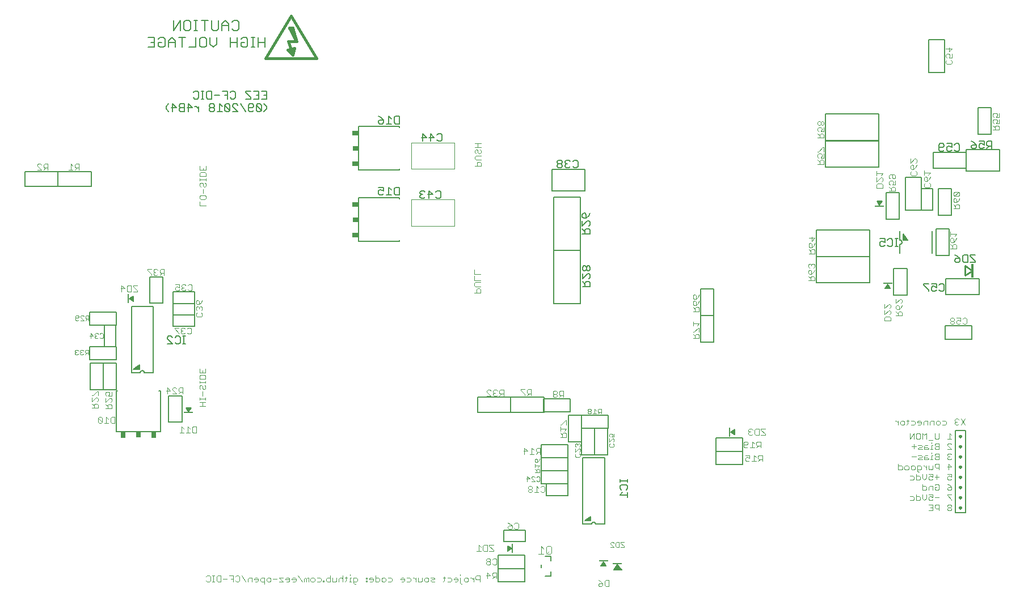
<source format=gbo>
G75*
%MOIN*%
%OFA0B0*%
%FSLAX25Y25*%
%IPPOS*%
%LPD*%
%AMOC8*
5,1,8,0,0,1.08239X$1,22.5*
%
%ADD10C,0.00400*%
%ADD11C,0.00500*%
%ADD12C,0.01000*%
%ADD13C,0.00600*%
%ADD14C,0.01600*%
%ADD15C,0.00700*%
%ADD16C,0.00300*%
%ADD17C,0.00800*%
%ADD18R,0.02992X0.03268*%
%ADD19R,0.02992X0.03583*%
%ADD20R,0.05512X0.00787*%
%ADD21R,0.03268X0.02992*%
%ADD22R,0.03583X0.02992*%
%ADD23C,0.00200*%
%ADD24R,0.00787X0.05512*%
%ADD25R,0.01181X0.08268*%
D10*
X0167565Y0021769D02*
X0168165Y0021169D01*
X0169366Y0021169D01*
X0169967Y0021769D01*
X0169967Y0024171D01*
X0169366Y0024772D01*
X0168165Y0024772D01*
X0167565Y0024171D01*
X0171221Y0024772D02*
X0172422Y0024772D01*
X0171822Y0024772D02*
X0171822Y0021169D01*
X0172422Y0021169D02*
X0171221Y0021169D01*
X0173703Y0021769D02*
X0173703Y0024171D01*
X0174304Y0024772D01*
X0176105Y0024772D01*
X0176105Y0021169D01*
X0174304Y0021169D01*
X0173703Y0021769D01*
X0177386Y0022970D02*
X0179789Y0022970D01*
X0181070Y0024772D02*
X0183472Y0024772D01*
X0183472Y0021169D01*
X0184753Y0021769D02*
X0185353Y0021169D01*
X0186554Y0021169D01*
X0187155Y0021769D01*
X0187155Y0024171D01*
X0186554Y0024772D01*
X0185353Y0024772D01*
X0184753Y0024171D01*
X0183472Y0022970D02*
X0182271Y0022970D01*
X0188436Y0024772D02*
X0190838Y0021169D01*
X0192119Y0021169D02*
X0192119Y0022970D01*
X0192720Y0023571D01*
X0194521Y0023571D01*
X0194521Y0021169D01*
X0195802Y0022370D02*
X0198204Y0022370D01*
X0198204Y0022970D02*
X0197604Y0023571D01*
X0196403Y0023571D01*
X0195802Y0022970D01*
X0195802Y0022370D01*
X0196403Y0021169D02*
X0197604Y0021169D01*
X0198204Y0021769D01*
X0198204Y0022970D01*
X0199485Y0022970D02*
X0199485Y0021769D01*
X0200086Y0021169D01*
X0201887Y0021169D01*
X0201887Y0019967D02*
X0201887Y0023571D01*
X0200086Y0023571D01*
X0199485Y0022970D01*
X0203168Y0022970D02*
X0203769Y0023571D01*
X0204970Y0023571D01*
X0205571Y0022970D01*
X0205571Y0021769D01*
X0204970Y0021169D01*
X0203769Y0021169D01*
X0203168Y0021769D01*
X0203168Y0022970D01*
X0206852Y0022970D02*
X0209254Y0022970D01*
X0210535Y0023571D02*
X0212937Y0021169D01*
X0210535Y0021169D01*
X0210535Y0023571D02*
X0212937Y0023571D01*
X0214218Y0022970D02*
X0214218Y0022370D01*
X0216620Y0022370D01*
X0216620Y0022970D02*
X0216019Y0023571D01*
X0214818Y0023571D01*
X0214218Y0022970D01*
X0214818Y0021169D02*
X0216019Y0021169D01*
X0216620Y0021769D01*
X0216620Y0022970D01*
X0217901Y0022970D02*
X0217901Y0022370D01*
X0220303Y0022370D01*
X0220303Y0022970D02*
X0219703Y0023571D01*
X0218502Y0023571D01*
X0217901Y0022970D01*
X0218502Y0021169D02*
X0219703Y0021169D01*
X0220303Y0021769D01*
X0220303Y0022970D01*
X0221584Y0024772D02*
X0223986Y0021169D01*
X0225267Y0021169D02*
X0225267Y0022970D01*
X0225868Y0023571D01*
X0226468Y0022970D01*
X0226468Y0021169D01*
X0227669Y0021169D02*
X0227669Y0023571D01*
X0227069Y0023571D01*
X0226468Y0022970D01*
X0228951Y0022970D02*
X0229551Y0023571D01*
X0230752Y0023571D01*
X0231353Y0022970D01*
X0231353Y0021769D01*
X0230752Y0021169D01*
X0229551Y0021169D01*
X0228951Y0021769D01*
X0228951Y0022970D01*
X0232634Y0023571D02*
X0234435Y0023571D01*
X0235036Y0022970D01*
X0235036Y0021769D01*
X0234435Y0021169D01*
X0232634Y0021169D01*
X0236277Y0021169D02*
X0236877Y0021169D01*
X0236877Y0021769D01*
X0236277Y0021769D01*
X0236277Y0021169D01*
X0238158Y0021769D02*
X0238158Y0022970D01*
X0238759Y0023571D01*
X0240560Y0023571D01*
X0240560Y0024772D02*
X0240560Y0021169D01*
X0238759Y0021169D01*
X0238158Y0021769D01*
X0241842Y0021169D02*
X0241842Y0023571D01*
X0244244Y0023571D02*
X0244244Y0021769D01*
X0243643Y0021169D01*
X0241842Y0021169D01*
X0245525Y0021169D02*
X0245525Y0022970D01*
X0246125Y0023571D01*
X0247326Y0023571D01*
X0247927Y0022970D01*
X0249181Y0023571D02*
X0250382Y0023571D01*
X0249782Y0024171D02*
X0249782Y0021769D01*
X0249181Y0021169D01*
X0247927Y0021169D02*
X0247927Y0024772D01*
X0252237Y0024772D02*
X0252237Y0025372D01*
X0252237Y0023571D02*
X0252237Y0021169D01*
X0251637Y0021169D02*
X0252838Y0021169D01*
X0254119Y0021169D02*
X0255920Y0021169D01*
X0256521Y0021769D01*
X0256521Y0022970D01*
X0255920Y0023571D01*
X0254119Y0023571D01*
X0254119Y0020568D01*
X0254719Y0019967D01*
X0255320Y0019967D01*
X0252838Y0023571D02*
X0252237Y0023571D01*
X0261445Y0023571D02*
X0261445Y0022970D01*
X0262045Y0022970D01*
X0262045Y0023571D01*
X0261445Y0023571D01*
X0261445Y0021769D02*
X0261445Y0021169D01*
X0262045Y0021169D01*
X0262045Y0021769D01*
X0261445Y0021769D01*
X0263327Y0022370D02*
X0265729Y0022370D01*
X0265729Y0022970D02*
X0265128Y0023571D01*
X0263927Y0023571D01*
X0263327Y0022970D01*
X0263327Y0022370D01*
X0263927Y0021169D02*
X0265128Y0021169D01*
X0265729Y0021769D01*
X0265729Y0022970D01*
X0267010Y0023571D02*
X0268811Y0023571D01*
X0269412Y0022970D01*
X0269412Y0021769D01*
X0268811Y0021169D01*
X0267010Y0021169D01*
X0267010Y0024772D01*
X0270693Y0022970D02*
X0271293Y0023571D01*
X0272494Y0023571D01*
X0273095Y0022970D01*
X0273095Y0021769D01*
X0272494Y0021169D01*
X0271293Y0021169D01*
X0270693Y0021769D01*
X0270693Y0022970D01*
X0274376Y0023571D02*
X0276177Y0023571D01*
X0276778Y0022970D01*
X0276778Y0021769D01*
X0276177Y0021169D01*
X0274376Y0021169D01*
X0281742Y0022370D02*
X0284144Y0022370D01*
X0284144Y0022970D02*
X0283544Y0023571D01*
X0282343Y0023571D01*
X0281742Y0022970D01*
X0281742Y0022370D01*
X0282343Y0021169D02*
X0283544Y0021169D01*
X0284144Y0021769D01*
X0284144Y0022970D01*
X0285425Y0023571D02*
X0287227Y0023571D01*
X0287827Y0022970D01*
X0287827Y0021769D01*
X0287227Y0021169D01*
X0285425Y0021169D01*
X0289095Y0023571D02*
X0289696Y0023571D01*
X0290897Y0022370D01*
X0290897Y0021169D02*
X0290897Y0023571D01*
X0292178Y0023571D02*
X0292178Y0021169D01*
X0293979Y0021169D01*
X0294580Y0021769D01*
X0294580Y0023571D01*
X0295861Y0022970D02*
X0296461Y0023571D01*
X0297662Y0023571D01*
X0298263Y0022970D01*
X0298263Y0021769D01*
X0297662Y0021169D01*
X0296461Y0021169D01*
X0295861Y0021769D01*
X0295861Y0022970D01*
X0299544Y0023571D02*
X0301346Y0023571D01*
X0301946Y0022970D01*
X0301346Y0022370D01*
X0300145Y0022370D01*
X0299544Y0021769D01*
X0300145Y0021169D01*
X0301946Y0021169D01*
X0306884Y0021169D02*
X0307484Y0021769D01*
X0307484Y0024171D01*
X0306884Y0023571D02*
X0308085Y0023571D01*
X0309366Y0023571D02*
X0311167Y0023571D01*
X0311768Y0022970D01*
X0311768Y0021769D01*
X0311167Y0021169D01*
X0309366Y0021169D01*
X0313049Y0022370D02*
X0315451Y0022370D01*
X0315451Y0022970D02*
X0314850Y0023571D01*
X0313649Y0023571D01*
X0313049Y0022970D01*
X0313049Y0022370D01*
X0313649Y0021169D02*
X0314850Y0021169D01*
X0315451Y0021769D01*
X0315451Y0022970D01*
X0316705Y0023571D02*
X0316705Y0020568D01*
X0317306Y0019967D01*
X0317906Y0019967D01*
X0319188Y0021769D02*
X0319188Y0022970D01*
X0319788Y0023571D01*
X0320989Y0023571D01*
X0321590Y0022970D01*
X0321590Y0021769D01*
X0320989Y0021169D01*
X0319788Y0021169D01*
X0319188Y0021769D01*
X0316705Y0024772D02*
X0316705Y0025372D01*
X0322857Y0023571D02*
X0323458Y0023571D01*
X0324659Y0022370D01*
X0324659Y0021169D02*
X0324659Y0023571D01*
X0325940Y0024171D02*
X0325940Y0022970D01*
X0326540Y0022370D01*
X0328342Y0022370D01*
X0328342Y0021169D02*
X0328342Y0024772D01*
X0326540Y0024772D01*
X0325940Y0024171D01*
X0332192Y0024844D02*
X0334594Y0024844D01*
X0332792Y0026646D01*
X0332792Y0023043D01*
X0335875Y0023043D02*
X0337076Y0024244D01*
X0336475Y0024244D02*
X0338277Y0024244D01*
X0338277Y0023043D02*
X0338277Y0026646D01*
X0336475Y0026646D01*
X0335875Y0026045D01*
X0335875Y0024844D01*
X0336475Y0024244D01*
X0336475Y0031293D02*
X0335875Y0031893D01*
X0336475Y0031293D02*
X0337677Y0031293D01*
X0338277Y0031893D01*
X0338277Y0034295D01*
X0337677Y0034896D01*
X0336475Y0034896D01*
X0335875Y0034295D01*
X0334594Y0034295D02*
X0334594Y0033695D01*
X0333993Y0033094D01*
X0332792Y0033094D01*
X0332192Y0032494D01*
X0332192Y0031893D01*
X0332792Y0031293D01*
X0333993Y0031293D01*
X0334594Y0031893D01*
X0334594Y0032494D01*
X0333993Y0033094D01*
X0332792Y0033094D02*
X0332192Y0033695D01*
X0332192Y0034295D01*
X0332792Y0034896D01*
X0333993Y0034896D01*
X0334594Y0034295D01*
X0333956Y0039230D02*
X0336358Y0039230D01*
X0336358Y0039830D01*
X0333956Y0042232D01*
X0333956Y0042833D01*
X0336358Y0042833D01*
X0332675Y0042833D02*
X0332675Y0039230D01*
X0330873Y0039230D01*
X0330273Y0039830D01*
X0330273Y0042232D01*
X0330873Y0042833D01*
X0332675Y0042833D01*
X0328991Y0041632D02*
X0327790Y0042833D01*
X0327790Y0039230D01*
X0328991Y0039230D02*
X0326589Y0039230D01*
X0344942Y0052893D02*
X0344942Y0053494D01*
X0345542Y0054094D01*
X0347344Y0054094D01*
X0347344Y0052893D01*
X0346743Y0052293D01*
X0345542Y0052293D01*
X0344942Y0052893D01*
X0346143Y0055295D02*
X0347344Y0054094D01*
X0346143Y0055295D02*
X0344942Y0055896D01*
X0348625Y0055295D02*
X0349225Y0055896D01*
X0350427Y0055896D01*
X0351027Y0055295D01*
X0351027Y0052893D01*
X0350427Y0052293D01*
X0349225Y0052293D01*
X0348625Y0052893D01*
X0364388Y0042146D02*
X0364388Y0037543D01*
X0362854Y0037543D02*
X0365923Y0037543D01*
X0367458Y0037543D02*
X0368992Y0039077D01*
X0367458Y0038310D02*
X0368225Y0037543D01*
X0369760Y0037543D01*
X0370527Y0038310D01*
X0370527Y0041379D01*
X0369760Y0042146D01*
X0368225Y0042146D01*
X0367458Y0041379D01*
X0367458Y0038310D01*
X0365923Y0040612D02*
X0364388Y0042146D01*
X0398023Y0022083D02*
X0399224Y0021482D01*
X0400425Y0020281D01*
X0398623Y0020281D01*
X0398023Y0019681D01*
X0398023Y0019080D01*
X0398623Y0018480D01*
X0399824Y0018480D01*
X0400425Y0019080D01*
X0400425Y0020281D01*
X0401706Y0019080D02*
X0401706Y0021482D01*
X0402306Y0022083D01*
X0404108Y0022083D01*
X0404108Y0018480D01*
X0402306Y0018480D01*
X0401706Y0019080D01*
X0365927Y0073793D02*
X0364725Y0073793D01*
X0364125Y0074393D01*
X0362844Y0073793D02*
X0360442Y0073793D01*
X0361643Y0073793D02*
X0361643Y0077396D01*
X0362844Y0076195D01*
X0364125Y0076795D02*
X0364725Y0077396D01*
X0365927Y0077396D01*
X0366527Y0076795D01*
X0366527Y0074393D01*
X0365927Y0073793D01*
X0359161Y0074393D02*
X0359161Y0074994D01*
X0358560Y0075594D01*
X0357359Y0075594D01*
X0356759Y0074994D01*
X0356759Y0074393D01*
X0357359Y0073793D01*
X0358560Y0073793D01*
X0359161Y0074393D01*
X0358560Y0075594D02*
X0359161Y0076195D01*
X0359161Y0076795D01*
X0358560Y0077396D01*
X0357359Y0077396D01*
X0356759Y0076795D01*
X0356759Y0076195D01*
X0357359Y0075594D01*
X0357692Y0096293D02*
X0360094Y0096293D01*
X0358893Y0096293D02*
X0358893Y0099896D01*
X0360094Y0098695D01*
X0361375Y0099295D02*
X0361375Y0098094D01*
X0361975Y0097494D01*
X0363777Y0097494D01*
X0362576Y0097494D02*
X0361375Y0096293D01*
X0363777Y0096293D02*
X0363777Y0099896D01*
X0361975Y0099896D01*
X0361375Y0099295D01*
X0356411Y0098094D02*
X0354009Y0098094D01*
X0354609Y0096293D02*
X0354609Y0099896D01*
X0356411Y0098094D01*
X0375677Y0106293D02*
X0379280Y0106293D01*
X0379280Y0108094D01*
X0378680Y0108695D01*
X0377479Y0108695D01*
X0376878Y0108094D01*
X0376878Y0106293D01*
X0376878Y0107494D02*
X0375677Y0108695D01*
X0375677Y0109976D02*
X0375677Y0112378D01*
X0375677Y0111177D02*
X0379280Y0111177D01*
X0378079Y0109976D01*
X0379280Y0113659D02*
X0379280Y0116061D01*
X0378680Y0116061D01*
X0376278Y0113659D01*
X0375677Y0113659D01*
X0374991Y0129793D02*
X0376192Y0130994D01*
X0375592Y0130994D02*
X0377393Y0130994D01*
X0377393Y0129793D02*
X0377393Y0133396D01*
X0375592Y0133396D01*
X0374991Y0132795D01*
X0374991Y0131594D01*
X0375592Y0130994D01*
X0373710Y0130994D02*
X0373110Y0131594D01*
X0371909Y0131594D01*
X0371308Y0130994D01*
X0371308Y0130393D01*
X0371909Y0129793D01*
X0373110Y0129793D01*
X0373710Y0130393D01*
X0373710Y0130994D01*
X0373110Y0131594D02*
X0373710Y0132195D01*
X0373710Y0132795D01*
X0373110Y0133396D01*
X0371909Y0133396D01*
X0371308Y0132795D01*
X0371308Y0132195D01*
X0371909Y0131594D01*
X0358527Y0131994D02*
X0356725Y0131994D01*
X0356125Y0132594D01*
X0356125Y0133795D01*
X0356725Y0134396D01*
X0358527Y0134396D01*
X0358527Y0130793D01*
X0357326Y0131994D02*
X0356125Y0130793D01*
X0354844Y0130793D02*
X0354844Y0131393D01*
X0352442Y0133795D01*
X0352442Y0134396D01*
X0354844Y0134396D01*
X0342326Y0134146D02*
X0342326Y0130543D01*
X0342326Y0131744D02*
X0340525Y0131744D01*
X0339924Y0132344D01*
X0339924Y0133545D01*
X0340525Y0134146D01*
X0342326Y0134146D01*
X0341125Y0131744D02*
X0339924Y0130543D01*
X0338643Y0131143D02*
X0338043Y0130543D01*
X0336842Y0130543D01*
X0336241Y0131143D01*
X0336241Y0131744D01*
X0336842Y0132344D01*
X0337442Y0132344D01*
X0336842Y0132344D02*
X0336241Y0132945D01*
X0336241Y0133545D01*
X0336842Y0134146D01*
X0338043Y0134146D01*
X0338643Y0133545D01*
X0334960Y0133545D02*
X0334360Y0134146D01*
X0333159Y0134146D01*
X0332558Y0133545D01*
X0332558Y0132945D01*
X0334960Y0130543D01*
X0332558Y0130543D01*
X0328780Y0191293D02*
X0325177Y0191293D01*
X0326378Y0191293D02*
X0326378Y0193094D01*
X0326979Y0193695D01*
X0328180Y0193695D01*
X0328780Y0193094D01*
X0328780Y0191293D01*
X0328780Y0194976D02*
X0325778Y0194976D01*
X0325177Y0195576D01*
X0325177Y0196777D01*
X0325778Y0197378D01*
X0328780Y0197378D01*
X0328780Y0198659D02*
X0325177Y0198659D01*
X0325177Y0201061D01*
X0325177Y0202342D02*
X0325177Y0204744D01*
X0325177Y0202342D02*
X0328780Y0202342D01*
X0329030Y0265793D02*
X0325427Y0265793D01*
X0326628Y0265793D02*
X0326628Y0267594D01*
X0327229Y0268195D01*
X0328430Y0268195D01*
X0329030Y0267594D01*
X0329030Y0265793D01*
X0329030Y0269476D02*
X0326028Y0269476D01*
X0325427Y0270076D01*
X0325427Y0271277D01*
X0326028Y0271878D01*
X0329030Y0271878D01*
X0328430Y0273159D02*
X0327829Y0273159D01*
X0327229Y0273759D01*
X0327229Y0274960D01*
X0326628Y0275561D01*
X0326028Y0275561D01*
X0325427Y0274960D01*
X0325427Y0273759D01*
X0326028Y0273159D01*
X0328430Y0273159D02*
X0329030Y0273759D01*
X0329030Y0274960D01*
X0328430Y0275561D01*
X0329030Y0276842D02*
X0325427Y0276842D01*
X0327229Y0276842D02*
X0327229Y0279244D01*
X0329030Y0279244D02*
X0325427Y0279244D01*
X0453677Y0189460D02*
X0454278Y0190061D01*
X0454878Y0190061D01*
X0455479Y0189460D01*
X0455479Y0187659D01*
X0454278Y0187659D01*
X0453677Y0188259D01*
X0453677Y0189460D01*
X0455479Y0187659D02*
X0456680Y0188860D01*
X0457280Y0190061D01*
X0457280Y0186378D02*
X0456680Y0185177D01*
X0455479Y0183976D01*
X0455479Y0185777D01*
X0454878Y0186378D01*
X0454278Y0186378D01*
X0453677Y0185777D01*
X0453677Y0184576D01*
X0454278Y0183976D01*
X0455479Y0183976D01*
X0455479Y0182695D02*
X0454878Y0182094D01*
X0454878Y0180293D01*
X0454878Y0181494D02*
X0453677Y0182695D01*
X0455479Y0182695D02*
X0456680Y0182695D01*
X0457280Y0182094D01*
X0457280Y0180293D01*
X0453677Y0180293D01*
X0453677Y0174261D02*
X0453677Y0171859D01*
X0453677Y0173060D02*
X0457280Y0173060D01*
X0456079Y0171859D01*
X0456680Y0170578D02*
X0454278Y0168176D01*
X0453677Y0168176D01*
X0453677Y0166895D02*
X0454878Y0165694D01*
X0454878Y0166295D02*
X0454878Y0164493D01*
X0453677Y0164493D02*
X0457280Y0164493D01*
X0457280Y0166295D01*
X0456680Y0166895D01*
X0455479Y0166895D01*
X0454878Y0166295D01*
X0457280Y0168176D02*
X0457280Y0170578D01*
X0456680Y0170578D01*
X0521427Y0198543D02*
X0525030Y0198543D01*
X0525030Y0200344D01*
X0524430Y0200945D01*
X0523229Y0200945D01*
X0522628Y0200344D01*
X0522628Y0198543D01*
X0522628Y0199744D02*
X0521427Y0200945D01*
X0522028Y0202226D02*
X0521427Y0202826D01*
X0521427Y0204027D01*
X0522028Y0204628D01*
X0522628Y0204628D01*
X0523229Y0204027D01*
X0523229Y0202226D01*
X0522028Y0202226D01*
X0523229Y0202226D02*
X0524430Y0203427D01*
X0525030Y0204628D01*
X0524430Y0205909D02*
X0525030Y0206509D01*
X0525030Y0207710D01*
X0524430Y0208311D01*
X0523829Y0208311D01*
X0523229Y0207710D01*
X0522628Y0208311D01*
X0522028Y0208311D01*
X0521427Y0207710D01*
X0521427Y0206509D01*
X0522028Y0205909D01*
X0523229Y0207110D02*
X0523229Y0207710D01*
X0522878Y0214293D02*
X0522878Y0216094D01*
X0523479Y0216695D01*
X0524680Y0216695D01*
X0525280Y0216094D01*
X0525280Y0214293D01*
X0521677Y0214293D01*
X0522878Y0215494D02*
X0521677Y0216695D01*
X0522278Y0217976D02*
X0521677Y0218576D01*
X0521677Y0219777D01*
X0522278Y0220378D01*
X0522878Y0220378D01*
X0523479Y0219777D01*
X0523479Y0217976D01*
X0522278Y0217976D01*
X0523479Y0217976D02*
X0524680Y0219177D01*
X0525280Y0220378D01*
X0523479Y0221659D02*
X0523479Y0224061D01*
X0525280Y0223460D02*
X0523479Y0221659D01*
X0525280Y0223460D02*
X0521677Y0223460D01*
X0561614Y0252962D02*
X0561614Y0254763D01*
X0562215Y0255364D01*
X0564617Y0255364D01*
X0565217Y0254763D01*
X0565217Y0252962D01*
X0561614Y0252962D01*
X0561614Y0256645D02*
X0564016Y0259047D01*
X0564617Y0259047D01*
X0565217Y0258446D01*
X0565217Y0257245D01*
X0564617Y0256645D01*
X0561614Y0256645D02*
X0561614Y0259047D01*
X0561614Y0260328D02*
X0561614Y0262730D01*
X0561614Y0261529D02*
X0565217Y0261529D01*
X0564016Y0260328D01*
X0568927Y0260210D02*
X0569528Y0260811D01*
X0571930Y0260811D01*
X0572530Y0260210D01*
X0572530Y0259009D01*
X0571930Y0258409D01*
X0571329Y0258409D01*
X0570729Y0259009D01*
X0570729Y0260811D01*
X0568927Y0260210D02*
X0568927Y0259009D01*
X0569528Y0258409D01*
X0569528Y0257128D02*
X0568927Y0256527D01*
X0568927Y0255326D01*
X0569528Y0254726D01*
X0570729Y0254726D02*
X0571329Y0255927D01*
X0571329Y0256527D01*
X0570729Y0257128D01*
X0569528Y0257128D01*
X0570729Y0254726D02*
X0572530Y0254726D01*
X0572530Y0257128D01*
X0571930Y0253445D02*
X0570729Y0253445D01*
X0570128Y0252844D01*
X0570128Y0251043D01*
X0570128Y0252244D02*
X0568927Y0253445D01*
X0568927Y0251043D02*
X0572530Y0251043D01*
X0572530Y0252844D01*
X0571930Y0253445D01*
X0581427Y0260893D02*
X0581427Y0262094D01*
X0582028Y0262695D01*
X0582028Y0263976D02*
X0581427Y0264576D01*
X0581427Y0265777D01*
X0582028Y0266378D01*
X0582628Y0266378D01*
X0583229Y0265777D01*
X0583229Y0263976D01*
X0582028Y0263976D01*
X0583229Y0263976D02*
X0584430Y0265177D01*
X0585030Y0266378D01*
X0584430Y0267659D02*
X0585030Y0268259D01*
X0585030Y0269460D01*
X0584430Y0270061D01*
X0583829Y0270061D01*
X0581427Y0267659D01*
X0581427Y0270061D01*
X0584430Y0262695D02*
X0585030Y0262094D01*
X0585030Y0260893D01*
X0584430Y0260293D01*
X0582028Y0260293D01*
X0581427Y0260893D01*
X0589427Y0260659D02*
X0589427Y0263061D01*
X0589427Y0261860D02*
X0593030Y0261860D01*
X0591829Y0260659D01*
X0590628Y0259378D02*
X0591229Y0258777D01*
X0591229Y0256976D01*
X0590028Y0256976D01*
X0589427Y0257576D01*
X0589427Y0258777D01*
X0590028Y0259378D01*
X0590628Y0259378D01*
X0592430Y0258177D02*
X0591229Y0256976D01*
X0592430Y0258177D02*
X0593030Y0259378D01*
X0592430Y0255695D02*
X0593030Y0255094D01*
X0593030Y0253893D01*
X0592430Y0253293D01*
X0590028Y0253293D01*
X0589427Y0253893D01*
X0589427Y0255094D01*
X0590028Y0255695D01*
X0606677Y0249960D02*
X0606677Y0248759D01*
X0607278Y0248159D01*
X0609680Y0250561D01*
X0607278Y0250561D01*
X0606677Y0249960D01*
X0607278Y0248159D02*
X0609680Y0248159D01*
X0610280Y0248759D01*
X0610280Y0249960D01*
X0609680Y0250561D01*
X0610280Y0246878D02*
X0609680Y0245677D01*
X0608479Y0244476D01*
X0608479Y0246277D01*
X0607878Y0246878D01*
X0607278Y0246878D01*
X0606677Y0246277D01*
X0606677Y0245076D01*
X0607278Y0244476D01*
X0608479Y0244476D01*
X0608479Y0243195D02*
X0607878Y0242594D01*
X0607878Y0240793D01*
X0607878Y0241994D02*
X0606677Y0243195D01*
X0608479Y0243195D02*
X0609680Y0243195D01*
X0610280Y0242594D01*
X0610280Y0240793D01*
X0606677Y0240793D01*
X0604927Y0227061D02*
X0604927Y0224659D01*
X0604927Y0225860D02*
X0608530Y0225860D01*
X0607329Y0224659D01*
X0606128Y0223378D02*
X0606729Y0222777D01*
X0606729Y0220976D01*
X0605528Y0220976D01*
X0604927Y0221576D01*
X0604927Y0222777D01*
X0605528Y0223378D01*
X0606128Y0223378D01*
X0607930Y0222177D02*
X0608530Y0223378D01*
X0607930Y0222177D02*
X0606729Y0220976D01*
X0606729Y0219695D02*
X0606128Y0219094D01*
X0606128Y0217293D01*
X0606128Y0218494D02*
X0604927Y0219695D01*
X0606729Y0219695D02*
X0607930Y0219695D01*
X0608530Y0219094D01*
X0608530Y0217293D01*
X0604927Y0217293D01*
X0575930Y0187511D02*
X0576530Y0186911D01*
X0576530Y0185710D01*
X0575930Y0185109D01*
X0576530Y0183828D02*
X0575930Y0182627D01*
X0574729Y0181426D01*
X0574729Y0183228D01*
X0574128Y0183828D01*
X0573528Y0183828D01*
X0572927Y0183228D01*
X0572927Y0182027D01*
X0573528Y0181426D01*
X0574729Y0181426D01*
X0574729Y0180145D02*
X0574128Y0179545D01*
X0574128Y0177743D01*
X0572927Y0177743D02*
X0576530Y0177743D01*
X0576530Y0179545D01*
X0575930Y0180145D01*
X0574729Y0180145D01*
X0574128Y0178944D02*
X0572927Y0180145D01*
X0569843Y0180308D02*
X0569843Y0179107D01*
X0569243Y0178507D01*
X0569243Y0177226D02*
X0569843Y0176625D01*
X0569843Y0174824D01*
X0566240Y0174824D01*
X0566240Y0176625D01*
X0566841Y0177226D01*
X0569243Y0177226D01*
X0569843Y0180308D02*
X0569243Y0180909D01*
X0568642Y0180909D01*
X0566240Y0178507D01*
X0566240Y0180909D01*
X0566240Y0182190D02*
X0568642Y0184592D01*
X0569243Y0184592D01*
X0569843Y0183992D01*
X0569843Y0182791D01*
X0569243Y0182190D01*
X0566240Y0182190D02*
X0566240Y0184592D01*
X0572927Y0185109D02*
X0575329Y0187511D01*
X0575930Y0187511D01*
X0572927Y0187511D02*
X0572927Y0185109D01*
X0604759Y0175795D02*
X0604759Y0175195D01*
X0605359Y0174594D01*
X0606560Y0174594D01*
X0607161Y0175195D01*
X0607161Y0175795D01*
X0606560Y0176396D01*
X0605359Y0176396D01*
X0604759Y0175795D01*
X0605359Y0174594D02*
X0604759Y0173994D01*
X0604759Y0173393D01*
X0605359Y0172793D01*
X0606560Y0172793D01*
X0607161Y0173393D01*
X0607161Y0173994D01*
X0606560Y0174594D01*
X0608442Y0174594D02*
X0608442Y0173393D01*
X0609042Y0172793D01*
X0610243Y0172793D01*
X0610844Y0173393D01*
X0610844Y0174594D02*
X0609643Y0175195D01*
X0609042Y0175195D01*
X0608442Y0174594D01*
X0608442Y0176396D02*
X0610844Y0176396D01*
X0610844Y0174594D01*
X0612125Y0173393D02*
X0612725Y0172793D01*
X0613927Y0172793D01*
X0614527Y0173393D01*
X0614527Y0175795D01*
X0613927Y0176396D01*
X0612725Y0176396D01*
X0612125Y0175795D01*
X0611125Y0117146D02*
X0613527Y0113543D01*
X0611125Y0113543D02*
X0613527Y0117146D01*
X0609844Y0116545D02*
X0609243Y0117146D01*
X0608042Y0117146D01*
X0607442Y0116545D01*
X0607442Y0115945D01*
X0608042Y0115344D01*
X0607442Y0114744D01*
X0607442Y0114143D01*
X0608042Y0113543D01*
X0609243Y0113543D01*
X0609844Y0114143D01*
X0608643Y0115344D02*
X0608042Y0115344D01*
X0602478Y0115344D02*
X0602478Y0114143D01*
X0601877Y0113543D01*
X0600076Y0113543D01*
X0598794Y0114143D02*
X0598194Y0113543D01*
X0596993Y0113543D01*
X0596392Y0114143D01*
X0596392Y0115344D01*
X0596993Y0115945D01*
X0598194Y0115945D01*
X0598794Y0115344D01*
X0598794Y0114143D01*
X0600076Y0115945D02*
X0601877Y0115945D01*
X0602478Y0115344D01*
X0595111Y0115945D02*
X0595111Y0113543D01*
X0595111Y0115945D02*
X0593310Y0115945D01*
X0592709Y0115344D01*
X0592709Y0113543D01*
X0591428Y0113543D02*
X0591428Y0115945D01*
X0589627Y0115945D01*
X0589026Y0115344D01*
X0589026Y0113543D01*
X0587745Y0114143D02*
X0587745Y0115344D01*
X0587145Y0115945D01*
X0585943Y0115945D01*
X0585343Y0115344D01*
X0585343Y0114744D01*
X0587745Y0114744D01*
X0587745Y0114143D02*
X0587145Y0113543D01*
X0585943Y0113543D01*
X0584062Y0114143D02*
X0584062Y0115344D01*
X0583461Y0115945D01*
X0581660Y0115945D01*
X0580379Y0115945D02*
X0579178Y0115945D01*
X0579778Y0116545D02*
X0579778Y0114143D01*
X0579178Y0113543D01*
X0577923Y0114143D02*
X0577923Y0115344D01*
X0577323Y0115945D01*
X0576122Y0115945D01*
X0575521Y0115344D01*
X0575521Y0114143D01*
X0576122Y0113543D01*
X0577323Y0113543D01*
X0577923Y0114143D01*
X0574240Y0113543D02*
X0574240Y0115945D01*
X0573039Y0115945D02*
X0572439Y0115945D01*
X0573039Y0115945D02*
X0574240Y0114744D01*
X0581660Y0113543D02*
X0583461Y0113543D01*
X0584062Y0114143D01*
X0583428Y0108646D02*
X0581026Y0105043D01*
X0581026Y0108646D01*
X0583428Y0108646D02*
X0583428Y0105043D01*
X0584709Y0105643D02*
X0584709Y0108045D01*
X0585310Y0108646D01*
X0586511Y0108646D01*
X0587111Y0108045D01*
X0587111Y0105643D01*
X0586511Y0105043D01*
X0585310Y0105043D01*
X0584709Y0105643D01*
X0588392Y0105043D02*
X0588392Y0108646D01*
X0589593Y0107445D01*
X0590794Y0108646D01*
X0590794Y0105043D01*
X0592076Y0104442D02*
X0594478Y0104442D01*
X0593877Y0103246D02*
X0593877Y0102646D01*
X0593877Y0101445D02*
X0593877Y0099043D01*
X0593277Y0099043D02*
X0594478Y0099043D01*
X0595759Y0099643D02*
X0596359Y0099043D01*
X0598161Y0099043D01*
X0598161Y0102646D01*
X0596359Y0102646D01*
X0595759Y0102045D01*
X0595759Y0101445D01*
X0596359Y0100844D01*
X0598161Y0100844D01*
X0596359Y0100844D02*
X0595759Y0100244D01*
X0595759Y0099643D01*
X0594478Y0101445D02*
X0593877Y0101445D01*
X0591422Y0101445D02*
X0590221Y0101445D01*
X0589620Y0100844D01*
X0589620Y0099043D01*
X0591422Y0099043D01*
X0592022Y0099643D01*
X0591422Y0100244D01*
X0589620Y0100244D01*
X0588339Y0100844D02*
X0587739Y0101445D01*
X0585937Y0101445D01*
X0586537Y0100244D02*
X0587739Y0100244D01*
X0588339Y0100844D01*
X0588339Y0099043D02*
X0586537Y0099043D01*
X0585937Y0099643D01*
X0586537Y0100244D01*
X0584656Y0100844D02*
X0582254Y0100844D01*
X0583455Y0102045D02*
X0583455Y0099643D01*
X0585937Y0095445D02*
X0587739Y0095445D01*
X0588339Y0094844D01*
X0587739Y0094244D01*
X0586537Y0094244D01*
X0585937Y0093643D01*
X0586537Y0093043D01*
X0588339Y0093043D01*
X0589620Y0093043D02*
X0591422Y0093043D01*
X0592022Y0093643D01*
X0591422Y0094244D01*
X0589620Y0094244D01*
X0589620Y0094844D02*
X0589620Y0093043D01*
X0589620Y0094844D02*
X0590221Y0095445D01*
X0591422Y0095445D01*
X0593877Y0095445D02*
X0593877Y0093043D01*
X0593277Y0093043D02*
X0594478Y0093043D01*
X0595759Y0093643D02*
X0596359Y0093043D01*
X0598161Y0093043D01*
X0598161Y0096646D01*
X0596359Y0096646D01*
X0595759Y0096045D01*
X0595759Y0095445D01*
X0596359Y0094844D01*
X0598161Y0094844D01*
X0596359Y0094844D02*
X0595759Y0094244D01*
X0595759Y0093643D01*
X0594478Y0095445D02*
X0593877Y0095445D01*
X0593877Y0096646D02*
X0593877Y0097246D01*
X0603125Y0096045D02*
X0603125Y0095445D01*
X0603725Y0094844D01*
X0603125Y0094244D01*
X0603125Y0093643D01*
X0603725Y0093043D01*
X0604927Y0093043D01*
X0605527Y0093643D01*
X0604326Y0094844D02*
X0603725Y0094844D01*
X0603125Y0096045D02*
X0603725Y0096646D01*
X0604927Y0096646D01*
X0605527Y0096045D01*
X0605527Y0099043D02*
X0603125Y0101445D01*
X0603125Y0102045D01*
X0603725Y0102646D01*
X0604927Y0102646D01*
X0605527Y0102045D01*
X0605527Y0105043D02*
X0603125Y0105043D01*
X0604326Y0105043D02*
X0604326Y0108646D01*
X0605527Y0107445D01*
X0598161Y0108646D02*
X0598161Y0105643D01*
X0597560Y0105043D01*
X0596359Y0105043D01*
X0595759Y0105643D01*
X0595759Y0108646D01*
X0603125Y0099043D02*
X0605527Y0099043D01*
X0603725Y0090646D02*
X0605527Y0088844D01*
X0603125Y0088844D01*
X0603725Y0087043D02*
X0603725Y0090646D01*
X0598161Y0090646D02*
X0598161Y0087043D01*
X0598161Y0088244D02*
X0596359Y0088244D01*
X0595759Y0088844D01*
X0595759Y0090045D01*
X0596359Y0090646D01*
X0598161Y0090646D01*
X0594478Y0089445D02*
X0594478Y0087643D01*
X0593877Y0087043D01*
X0593277Y0087643D01*
X0592676Y0087043D01*
X0592076Y0087643D01*
X0592076Y0089445D01*
X0590794Y0089445D02*
X0590794Y0087043D01*
X0590794Y0088244D02*
X0589593Y0089445D01*
X0588993Y0089445D01*
X0587725Y0088844D02*
X0587725Y0087643D01*
X0587125Y0087043D01*
X0585323Y0087043D01*
X0585323Y0086442D02*
X0585323Y0089445D01*
X0587125Y0089445D01*
X0587725Y0088844D01*
X0586524Y0085841D02*
X0585924Y0085841D01*
X0585323Y0086442D01*
X0584042Y0087643D02*
X0583442Y0087043D01*
X0582240Y0087043D01*
X0581640Y0087643D01*
X0581640Y0088844D01*
X0582240Y0089445D01*
X0583442Y0089445D01*
X0584042Y0088844D01*
X0584042Y0087643D01*
X0584709Y0084646D02*
X0584709Y0081043D01*
X0586511Y0081043D01*
X0587111Y0081643D01*
X0587111Y0082844D01*
X0586511Y0083445D01*
X0584709Y0083445D01*
X0583428Y0082844D02*
X0583428Y0081643D01*
X0582828Y0081043D01*
X0581026Y0081043D01*
X0581026Y0083445D02*
X0582828Y0083445D01*
X0583428Y0082844D01*
X0588392Y0082244D02*
X0588392Y0084646D01*
X0590794Y0084646D02*
X0590794Y0082244D01*
X0589593Y0081043D01*
X0588392Y0082244D01*
X0588392Y0078646D02*
X0588392Y0075043D01*
X0590194Y0075043D01*
X0590794Y0075643D01*
X0590794Y0076844D01*
X0590194Y0077445D01*
X0588392Y0077445D01*
X0592076Y0076844D02*
X0592076Y0075043D01*
X0592076Y0076844D02*
X0592676Y0077445D01*
X0594478Y0077445D01*
X0594478Y0075043D01*
X0595759Y0075643D02*
X0596359Y0075043D01*
X0597560Y0075043D01*
X0598161Y0075643D01*
X0598161Y0078045D01*
X0597560Y0078646D01*
X0596359Y0078646D01*
X0595759Y0078045D01*
X0595759Y0076844D02*
X0596960Y0076844D01*
X0595759Y0076844D02*
X0595759Y0075643D01*
X0594478Y0072646D02*
X0594478Y0070844D01*
X0593277Y0071445D01*
X0592676Y0071445D01*
X0592076Y0070844D01*
X0592076Y0069643D01*
X0592676Y0069043D01*
X0593877Y0069043D01*
X0594478Y0069643D01*
X0595759Y0070844D02*
X0598161Y0070844D01*
X0594478Y0072646D02*
X0592076Y0072646D01*
X0590794Y0072646D02*
X0590794Y0070244D01*
X0589593Y0069043D01*
X0588392Y0070244D01*
X0588392Y0072646D01*
X0587111Y0070844D02*
X0586511Y0071445D01*
X0584709Y0071445D01*
X0584709Y0072646D02*
X0584709Y0069043D01*
X0586511Y0069043D01*
X0587111Y0069643D01*
X0587111Y0070844D01*
X0583428Y0070844D02*
X0582828Y0071445D01*
X0581026Y0071445D01*
X0581026Y0069043D02*
X0582828Y0069043D01*
X0583428Y0069643D01*
X0583428Y0070844D01*
X0592076Y0066646D02*
X0594478Y0066646D01*
X0594478Y0063043D01*
X0592076Y0063043D01*
X0593277Y0064844D02*
X0594478Y0064844D01*
X0595759Y0064844D02*
X0596359Y0064244D01*
X0598161Y0064244D01*
X0598161Y0063043D02*
X0598161Y0066646D01*
X0596359Y0066646D01*
X0595759Y0066045D01*
X0595759Y0064844D01*
X0603125Y0064244D02*
X0603125Y0063643D01*
X0603725Y0063043D01*
X0604927Y0063043D01*
X0605527Y0063643D01*
X0605527Y0064244D01*
X0604927Y0064844D01*
X0603725Y0064844D01*
X0603125Y0064244D01*
X0603725Y0064844D02*
X0603125Y0065445D01*
X0603125Y0066045D01*
X0603725Y0066646D01*
X0604927Y0066646D01*
X0605527Y0066045D01*
X0605527Y0065445D01*
X0604927Y0064844D01*
X0605527Y0069043D02*
X0605527Y0069643D01*
X0603125Y0072045D01*
X0603125Y0072646D01*
X0605527Y0072646D01*
X0604927Y0075043D02*
X0603725Y0075043D01*
X0603125Y0075643D01*
X0603125Y0076244D01*
X0603725Y0076844D01*
X0605527Y0076844D01*
X0605527Y0075643D01*
X0604927Y0075043D01*
X0605527Y0076844D02*
X0604326Y0078045D01*
X0603125Y0078646D01*
X0603725Y0081043D02*
X0603125Y0081643D01*
X0603125Y0082844D01*
X0603725Y0083445D01*
X0604326Y0083445D01*
X0605527Y0082844D01*
X0605527Y0084646D01*
X0603125Y0084646D01*
X0603725Y0081043D02*
X0604927Y0081043D01*
X0605527Y0081643D01*
X0598161Y0082844D02*
X0595759Y0082844D01*
X0594478Y0082844D02*
X0593277Y0083445D01*
X0592676Y0083445D01*
X0592076Y0082844D01*
X0592076Y0081643D01*
X0592676Y0081043D01*
X0593877Y0081043D01*
X0594478Y0081643D01*
X0594478Y0082844D02*
X0594478Y0084646D01*
X0592076Y0084646D01*
X0596960Y0084045D02*
X0596960Y0081643D01*
X0580359Y0087643D02*
X0579758Y0087043D01*
X0578557Y0087043D01*
X0577957Y0087643D01*
X0577957Y0088844D01*
X0578557Y0089445D01*
X0579758Y0089445D01*
X0580359Y0088844D01*
X0580359Y0087643D01*
X0576676Y0087643D02*
X0576075Y0087043D01*
X0574274Y0087043D01*
X0574274Y0090646D01*
X0574274Y0089445D02*
X0576075Y0089445D01*
X0576676Y0088844D01*
X0576676Y0087643D01*
X0582254Y0094844D02*
X0584656Y0094844D01*
X0495996Y0107606D02*
X0493594Y0107606D01*
X0492313Y0107606D02*
X0490511Y0107606D01*
X0489911Y0108206D01*
X0489911Y0110608D01*
X0490511Y0111209D01*
X0492313Y0111209D01*
X0492313Y0107606D01*
X0493594Y0110608D02*
X0495996Y0108206D01*
X0495996Y0107606D01*
X0495996Y0111209D02*
X0493594Y0111209D01*
X0493594Y0110608D01*
X0488629Y0110608D02*
X0488029Y0111209D01*
X0486828Y0111209D01*
X0486227Y0110608D01*
X0486227Y0110008D01*
X0486828Y0109407D01*
X0486227Y0108807D01*
X0486227Y0108206D01*
X0486828Y0107606D01*
X0488029Y0107606D01*
X0488629Y0108206D01*
X0487428Y0109407D02*
X0486828Y0109407D01*
X0485360Y0103646D02*
X0485960Y0103045D01*
X0485960Y0102445D01*
X0485360Y0101844D01*
X0483558Y0101844D01*
X0483558Y0100643D02*
X0483558Y0103045D01*
X0484159Y0103646D01*
X0485360Y0103646D01*
X0485960Y0100643D02*
X0485360Y0100043D01*
X0484159Y0100043D01*
X0483558Y0100643D01*
X0487241Y0100043D02*
X0489643Y0100043D01*
X0488442Y0100043D02*
X0488442Y0103646D01*
X0489643Y0102445D01*
X0490924Y0103045D02*
X0490924Y0101844D01*
X0491525Y0101244D01*
X0493326Y0101244D01*
X0492125Y0101244D02*
X0490924Y0100043D01*
X0493326Y0100043D02*
X0493326Y0103646D01*
X0491525Y0103646D01*
X0490924Y0103045D01*
X0489442Y0095646D02*
X0489442Y0092043D01*
X0490643Y0092043D02*
X0488241Y0092043D01*
X0486960Y0092643D02*
X0486360Y0092043D01*
X0485159Y0092043D01*
X0484558Y0092643D01*
X0484558Y0093844D01*
X0485159Y0094445D01*
X0485759Y0094445D01*
X0486960Y0093844D01*
X0486960Y0095646D01*
X0484558Y0095646D01*
X0489442Y0095646D02*
X0490643Y0094445D01*
X0491924Y0095045D02*
X0491924Y0093844D01*
X0492525Y0093244D01*
X0494326Y0093244D01*
X0493125Y0093244D02*
X0491924Y0092043D01*
X0494326Y0092043D02*
X0494326Y0095646D01*
X0492525Y0095646D01*
X0491924Y0095045D01*
X0526927Y0266993D02*
X0530530Y0266993D01*
X0530530Y0268795D01*
X0529930Y0269395D01*
X0528729Y0269395D01*
X0528128Y0268795D01*
X0528128Y0266993D01*
X0528128Y0268194D02*
X0526927Y0269395D01*
X0527528Y0270676D02*
X0526927Y0271277D01*
X0526927Y0272478D01*
X0527528Y0273078D01*
X0528729Y0273078D01*
X0529329Y0272478D01*
X0529329Y0271877D01*
X0528729Y0270676D01*
X0530530Y0270676D01*
X0530530Y0273078D01*
X0530530Y0274359D02*
X0530530Y0276761D01*
X0529930Y0276761D01*
X0527528Y0274359D01*
X0526927Y0274359D01*
X0526927Y0282493D02*
X0530530Y0282493D01*
X0530530Y0284295D01*
X0529930Y0284895D01*
X0528729Y0284895D01*
X0528128Y0284295D01*
X0528128Y0282493D01*
X0528128Y0283694D02*
X0526927Y0284895D01*
X0527528Y0286176D02*
X0526927Y0286777D01*
X0526927Y0287978D01*
X0527528Y0288578D01*
X0528729Y0288578D01*
X0529329Y0287978D01*
X0529329Y0287377D01*
X0528729Y0286176D01*
X0530530Y0286176D01*
X0530530Y0288578D01*
X0529930Y0289859D02*
X0529329Y0289859D01*
X0528729Y0290460D01*
X0528729Y0291661D01*
X0528128Y0292261D01*
X0527528Y0292261D01*
X0526927Y0291661D01*
X0526927Y0290460D01*
X0527528Y0289859D01*
X0528128Y0289859D01*
X0528729Y0290460D01*
X0528729Y0291661D02*
X0529329Y0292261D01*
X0529930Y0292261D01*
X0530530Y0291661D01*
X0530530Y0290460D01*
X0529930Y0289859D01*
X0602177Y0326393D02*
X0602177Y0327594D01*
X0602778Y0328195D01*
X0602778Y0329476D02*
X0602177Y0330076D01*
X0602177Y0331277D01*
X0602778Y0331878D01*
X0603979Y0331878D01*
X0604579Y0331277D01*
X0604579Y0330677D01*
X0603979Y0329476D01*
X0605780Y0329476D01*
X0605780Y0331878D01*
X0603979Y0333159D02*
X0603979Y0335561D01*
X0605780Y0334960D02*
X0603979Y0333159D01*
X0605780Y0334960D02*
X0602177Y0334960D01*
X0605180Y0328195D02*
X0605780Y0327594D01*
X0605780Y0326393D01*
X0605180Y0325793D01*
X0602778Y0325793D01*
X0602177Y0326393D01*
X0630528Y0297011D02*
X0629927Y0296411D01*
X0629927Y0295210D01*
X0630528Y0294609D01*
X0631729Y0294609D02*
X0632329Y0295810D01*
X0632329Y0296411D01*
X0631729Y0297011D01*
X0630528Y0297011D01*
X0631729Y0294609D02*
X0633530Y0294609D01*
X0633530Y0297011D01*
X0633530Y0293328D02*
X0633530Y0290926D01*
X0631729Y0290926D01*
X0632329Y0292127D01*
X0632329Y0292728D01*
X0631729Y0293328D01*
X0630528Y0293328D01*
X0629927Y0292728D01*
X0629927Y0291527D01*
X0630528Y0290926D01*
X0629927Y0289645D02*
X0631128Y0288444D01*
X0631128Y0289045D02*
X0631128Y0287243D01*
X0629927Y0287243D02*
X0633530Y0287243D01*
X0633530Y0289045D01*
X0632930Y0289645D01*
X0631729Y0289645D01*
X0631128Y0289045D01*
X0167530Y0265816D02*
X0167530Y0263414D01*
X0163927Y0263414D01*
X0163927Y0265816D01*
X0165729Y0264615D02*
X0165729Y0263414D01*
X0166930Y0262133D02*
X0167530Y0261532D01*
X0167530Y0259731D01*
X0163927Y0259731D01*
X0163927Y0261532D01*
X0164528Y0262133D01*
X0166930Y0262133D01*
X0167530Y0258476D02*
X0167530Y0257275D01*
X0167530Y0257876D02*
X0163927Y0257876D01*
X0163927Y0258476D02*
X0163927Y0257275D01*
X0164528Y0255994D02*
X0163927Y0255393D01*
X0163927Y0254192D01*
X0164528Y0253592D01*
X0165729Y0254192D02*
X0166329Y0253592D01*
X0166930Y0253592D01*
X0167530Y0254192D01*
X0167530Y0255393D01*
X0166930Y0255994D01*
X0165729Y0255393D02*
X0165128Y0255994D01*
X0164528Y0255994D01*
X0165729Y0255393D02*
X0165729Y0254192D01*
X0165729Y0252311D02*
X0165729Y0249909D01*
X0166930Y0248628D02*
X0167530Y0248027D01*
X0167530Y0246826D01*
X0166930Y0246226D01*
X0164528Y0246226D01*
X0163927Y0246826D01*
X0163927Y0248027D01*
X0164528Y0248628D01*
X0166930Y0248628D01*
X0163927Y0244945D02*
X0163927Y0242543D01*
X0167530Y0242543D01*
X0142777Y0205146D02*
X0140975Y0205146D01*
X0140375Y0204545D01*
X0140375Y0203344D01*
X0140975Y0202744D01*
X0142777Y0202744D01*
X0141576Y0202744D02*
X0140375Y0201543D01*
X0139094Y0202143D02*
X0138493Y0201543D01*
X0137292Y0201543D01*
X0136692Y0202143D01*
X0136692Y0202744D01*
X0137292Y0203344D01*
X0137893Y0203344D01*
X0137292Y0203344D02*
X0136692Y0203945D01*
X0136692Y0204545D01*
X0137292Y0205146D01*
X0138493Y0205146D01*
X0139094Y0204545D01*
X0142777Y0205146D02*
X0142777Y0201543D01*
X0135411Y0201543D02*
X0135411Y0202143D01*
X0133009Y0204545D01*
X0133009Y0205146D01*
X0135411Y0205146D01*
X0127108Y0195583D02*
X0124706Y0195583D01*
X0124706Y0194982D01*
X0127108Y0192580D01*
X0127108Y0191980D01*
X0124706Y0191980D01*
X0123425Y0191980D02*
X0121623Y0191980D01*
X0121023Y0192580D01*
X0121023Y0194982D01*
X0121623Y0195583D01*
X0123425Y0195583D01*
X0123425Y0191980D01*
X0119741Y0193781D02*
X0117940Y0195583D01*
X0117940Y0191980D01*
X0117339Y0193781D02*
X0119741Y0193781D01*
X0149509Y0194344D02*
X0149509Y0193143D01*
X0150109Y0192543D01*
X0151310Y0192543D01*
X0151911Y0193143D01*
X0151911Y0194344D02*
X0150710Y0194945D01*
X0150109Y0194945D01*
X0149509Y0194344D01*
X0149509Y0196146D02*
X0151911Y0196146D01*
X0151911Y0194344D01*
X0153192Y0193744D02*
X0153192Y0193143D01*
X0153792Y0192543D01*
X0154993Y0192543D01*
X0155594Y0193143D01*
X0156875Y0193143D02*
X0157475Y0192543D01*
X0158677Y0192543D01*
X0159277Y0193143D01*
X0159277Y0195545D01*
X0158677Y0196146D01*
X0157475Y0196146D01*
X0156875Y0195545D01*
X0155594Y0195545D02*
X0154993Y0196146D01*
X0153792Y0196146D01*
X0153192Y0195545D01*
X0153192Y0194945D01*
X0153792Y0194344D01*
X0153192Y0193744D01*
X0153792Y0194344D02*
X0154393Y0194344D01*
X0162278Y0186811D02*
X0162878Y0186811D01*
X0163479Y0186210D01*
X0163479Y0184409D01*
X0162278Y0184409D01*
X0161677Y0185009D01*
X0161677Y0186210D01*
X0162278Y0186811D01*
X0164680Y0185610D02*
X0165280Y0186811D01*
X0164680Y0185610D02*
X0163479Y0184409D01*
X0164079Y0183128D02*
X0163479Y0182527D01*
X0162878Y0183128D01*
X0162278Y0183128D01*
X0161677Y0182527D01*
X0161677Y0181326D01*
X0162278Y0180726D01*
X0162278Y0179445D02*
X0161677Y0178844D01*
X0161677Y0177643D01*
X0162278Y0177043D01*
X0164680Y0177043D01*
X0165280Y0177643D01*
X0165280Y0178844D01*
X0164680Y0179445D01*
X0164680Y0180726D02*
X0165280Y0181326D01*
X0165280Y0182527D01*
X0164680Y0183128D01*
X0164079Y0183128D01*
X0163479Y0182527D02*
X0163479Y0181927D01*
X0158177Y0170646D02*
X0158777Y0170045D01*
X0158777Y0167643D01*
X0158177Y0167043D01*
X0156975Y0167043D01*
X0156375Y0167643D01*
X0155094Y0167643D02*
X0154493Y0167043D01*
X0153292Y0167043D01*
X0152692Y0167643D01*
X0152692Y0168244D01*
X0153292Y0168844D01*
X0153893Y0168844D01*
X0153292Y0168844D02*
X0152692Y0169445D01*
X0152692Y0170045D01*
X0153292Y0170646D01*
X0154493Y0170646D01*
X0155094Y0170045D01*
X0156375Y0170045D02*
X0156975Y0170646D01*
X0158177Y0170646D01*
X0151411Y0170646D02*
X0149009Y0170646D01*
X0149009Y0170045D01*
X0151411Y0167643D01*
X0151411Y0167043D01*
X0163677Y0146588D02*
X0163677Y0144186D01*
X0167280Y0144186D01*
X0167280Y0146588D01*
X0165479Y0145387D02*
X0165479Y0144186D01*
X0166680Y0142905D02*
X0167280Y0142304D01*
X0167280Y0140503D01*
X0163677Y0140503D01*
X0163677Y0142304D01*
X0164278Y0142905D01*
X0166680Y0142905D01*
X0167280Y0139248D02*
X0167280Y0138047D01*
X0167280Y0138648D02*
X0163677Y0138648D01*
X0163677Y0139248D02*
X0163677Y0138047D01*
X0164278Y0136766D02*
X0163677Y0136166D01*
X0163677Y0134965D01*
X0164278Y0134364D01*
X0165479Y0134965D02*
X0166079Y0134364D01*
X0166680Y0134364D01*
X0167280Y0134965D01*
X0167280Y0136166D01*
X0166680Y0136766D01*
X0165479Y0136166D02*
X0164878Y0136766D01*
X0164278Y0136766D01*
X0165479Y0136166D02*
X0165479Y0134965D01*
X0165479Y0133083D02*
X0165479Y0130681D01*
X0167280Y0129427D02*
X0167280Y0128226D01*
X0167280Y0128826D02*
X0163677Y0128826D01*
X0163677Y0128226D02*
X0163677Y0129427D01*
X0163677Y0126945D02*
X0167280Y0126945D01*
X0165479Y0126945D02*
X0165479Y0124543D01*
X0167280Y0124543D02*
X0163677Y0124543D01*
X0153826Y0131793D02*
X0153826Y0135396D01*
X0152025Y0135396D01*
X0151424Y0134795D01*
X0151424Y0133594D01*
X0152025Y0132994D01*
X0153826Y0132994D01*
X0152625Y0132994D02*
X0151424Y0131793D01*
X0150143Y0131793D02*
X0147741Y0134195D01*
X0147741Y0134795D01*
X0148342Y0135396D01*
X0149543Y0135396D01*
X0150143Y0134795D01*
X0150143Y0131793D02*
X0147741Y0131793D01*
X0146460Y0133594D02*
X0144659Y0135396D01*
X0144659Y0131793D01*
X0144058Y0133594D02*
X0146460Y0133594D01*
X0153178Y0112459D02*
X0153178Y0108856D01*
X0154379Y0108856D02*
X0151977Y0108856D01*
X0154379Y0111258D02*
X0153178Y0112459D01*
X0156862Y0112459D02*
X0156862Y0108856D01*
X0158063Y0108856D02*
X0155661Y0108856D01*
X0158063Y0111258D02*
X0156862Y0112459D01*
X0159344Y0111858D02*
X0159944Y0112459D01*
X0161746Y0112459D01*
X0161746Y0108856D01*
X0159944Y0108856D01*
X0159344Y0109456D01*
X0159344Y0111858D01*
X0113826Y0114543D02*
X0112025Y0114543D01*
X0111424Y0115143D01*
X0111424Y0117545D01*
X0112025Y0118146D01*
X0113826Y0118146D01*
X0113826Y0114543D01*
X0110143Y0114543D02*
X0107741Y0114543D01*
X0108942Y0114543D02*
X0108942Y0118146D01*
X0110143Y0116945D01*
X0106460Y0117545D02*
X0105860Y0118146D01*
X0104659Y0118146D01*
X0104058Y0117545D01*
X0106460Y0115143D01*
X0105860Y0114543D01*
X0104659Y0114543D01*
X0104058Y0115143D01*
X0104058Y0117545D01*
X0106460Y0117545D02*
X0106460Y0115143D01*
X0108427Y0123243D02*
X0112030Y0123243D01*
X0112030Y0125045D01*
X0111430Y0125645D01*
X0110229Y0125645D01*
X0109628Y0125045D01*
X0109628Y0123243D01*
X0109628Y0124444D02*
X0108427Y0125645D01*
X0108427Y0126926D02*
X0110829Y0129328D01*
X0111430Y0129328D01*
X0112030Y0128728D01*
X0112030Y0127527D01*
X0111430Y0126926D01*
X0108427Y0126926D02*
X0108427Y0129328D01*
X0109028Y0130609D02*
X0108427Y0131210D01*
X0108427Y0132411D01*
X0109028Y0133011D01*
X0110229Y0133011D01*
X0110829Y0132411D01*
X0110829Y0131810D01*
X0110229Y0130609D01*
X0112030Y0130609D01*
X0112030Y0133011D01*
X0104030Y0133261D02*
X0104030Y0130859D01*
X0103430Y0129578D02*
X0104030Y0128978D01*
X0104030Y0127777D01*
X0103430Y0127176D01*
X0103430Y0125895D02*
X0102229Y0125895D01*
X0101628Y0125295D01*
X0101628Y0123493D01*
X0100427Y0123493D02*
X0104030Y0123493D01*
X0104030Y0125295D01*
X0103430Y0125895D01*
X0101628Y0124694D02*
X0100427Y0125895D01*
X0100427Y0127176D02*
X0102829Y0129578D01*
X0103430Y0129578D01*
X0101028Y0130859D02*
X0103430Y0133261D01*
X0104030Y0133261D01*
X0101028Y0130859D02*
X0100427Y0130859D01*
X0100427Y0129578D02*
X0100427Y0127176D01*
X0092945Y0263535D02*
X0092945Y0267138D01*
X0091143Y0267138D01*
X0090542Y0266537D01*
X0090542Y0265336D01*
X0091143Y0264736D01*
X0092945Y0264736D01*
X0091743Y0264736D02*
X0090542Y0263535D01*
X0089261Y0263535D02*
X0086859Y0263535D01*
X0088060Y0263535D02*
X0088060Y0267138D01*
X0089261Y0265937D01*
X0074445Y0267138D02*
X0074445Y0263535D01*
X0074445Y0264736D02*
X0072643Y0264736D01*
X0072042Y0265336D01*
X0072042Y0266537D01*
X0072643Y0267138D01*
X0074445Y0267138D01*
X0073243Y0264736D02*
X0072042Y0263535D01*
X0070761Y0263535D02*
X0068359Y0265937D01*
X0068359Y0266537D01*
X0068960Y0267138D01*
X0070161Y0267138D01*
X0070761Y0266537D01*
X0070761Y0263535D02*
X0068359Y0263535D01*
D11*
X0061042Y0262455D02*
X0061042Y0253715D01*
X0080514Y0253715D01*
X0080514Y0262455D01*
X0061042Y0262455D01*
X0080542Y0262455D02*
X0080542Y0253715D01*
X0100014Y0253715D01*
X0100014Y0262455D01*
X0080542Y0262455D01*
X0144043Y0299360D02*
X0144043Y0300861D01*
X0145544Y0302362D01*
X0147896Y0302362D02*
X0150148Y0300110D01*
X0147145Y0300110D01*
X0147896Y0297858D02*
X0147896Y0302362D01*
X0151749Y0301611D02*
X0152500Y0302362D01*
X0154752Y0302362D01*
X0154752Y0297858D01*
X0152500Y0297858D01*
X0151749Y0298609D01*
X0151749Y0299360D01*
X0152500Y0300110D01*
X0154752Y0300110D01*
X0156353Y0300110D02*
X0159356Y0300110D01*
X0157104Y0302362D01*
X0157104Y0297858D01*
X0160941Y0300861D02*
X0161691Y0300861D01*
X0163192Y0299360D01*
X0163192Y0300861D02*
X0163192Y0297858D01*
X0169398Y0298609D02*
X0170148Y0297858D01*
X0171650Y0297858D01*
X0172400Y0298609D01*
X0172400Y0299360D01*
X0171650Y0300110D01*
X0170148Y0300110D01*
X0169398Y0299360D01*
X0169398Y0298609D01*
X0170148Y0300110D02*
X0169398Y0300861D01*
X0169398Y0301611D01*
X0170148Y0302362D01*
X0171650Y0302362D01*
X0172400Y0301611D01*
X0172400Y0300861D01*
X0171650Y0300110D01*
X0174002Y0297858D02*
X0177004Y0297858D01*
X0175503Y0297858D02*
X0175503Y0302362D01*
X0177004Y0300861D01*
X0178606Y0301611D02*
X0181608Y0298609D01*
X0180858Y0297858D01*
X0179356Y0297858D01*
X0178606Y0298609D01*
X0178606Y0301611D01*
X0179356Y0302362D01*
X0180858Y0302362D01*
X0181608Y0301611D01*
X0181608Y0298609D01*
X0183210Y0297858D02*
X0186212Y0297858D01*
X0183210Y0300861D01*
X0183210Y0301611D01*
X0183960Y0302362D01*
X0185461Y0302362D01*
X0186212Y0301611D01*
X0187813Y0302362D02*
X0190816Y0297858D01*
X0192417Y0298609D02*
X0192417Y0301611D01*
X0193168Y0302362D01*
X0194669Y0302362D01*
X0195420Y0301611D01*
X0195420Y0300861D01*
X0194669Y0300110D01*
X0192417Y0300110D01*
X0192417Y0298609D02*
X0193168Y0297858D01*
X0194669Y0297858D01*
X0195420Y0298609D01*
X0197021Y0298609D02*
X0197772Y0297858D01*
X0199273Y0297858D01*
X0200024Y0298609D01*
X0197021Y0301611D01*
X0197021Y0298609D01*
X0197021Y0301611D02*
X0197772Y0302362D01*
X0199273Y0302362D01*
X0200024Y0301611D01*
X0200024Y0298609D01*
X0201592Y0297858D02*
X0203093Y0299360D01*
X0203093Y0300861D01*
X0201592Y0302362D01*
X0203093Y0305358D02*
X0200091Y0305358D01*
X0198489Y0305358D02*
X0195487Y0305358D01*
X0193885Y0305358D02*
X0190883Y0305358D01*
X0193885Y0305358D02*
X0193885Y0306109D01*
X0190883Y0309111D01*
X0190883Y0309862D01*
X0193885Y0309862D01*
X0195487Y0309862D02*
X0198489Y0309862D01*
X0198489Y0305358D01*
X0198489Y0307610D02*
X0196988Y0307610D01*
X0200091Y0309862D02*
X0203093Y0309862D01*
X0203093Y0305358D01*
X0203093Y0307610D02*
X0201592Y0307610D01*
X0184677Y0306109D02*
X0183927Y0305358D01*
X0182426Y0305358D01*
X0181675Y0306109D01*
X0180074Y0305358D02*
X0180074Y0309862D01*
X0177071Y0309862D01*
X0178572Y0307610D02*
X0180074Y0307610D01*
X0181675Y0309111D02*
X0182426Y0309862D01*
X0183927Y0309862D01*
X0184677Y0309111D01*
X0184677Y0306109D01*
X0175470Y0307610D02*
X0172467Y0307610D01*
X0170866Y0305358D02*
X0168614Y0305358D01*
X0167863Y0306109D01*
X0167863Y0309111D01*
X0168614Y0309862D01*
X0170866Y0309862D01*
X0170866Y0305358D01*
X0166262Y0305358D02*
X0164760Y0305358D01*
X0165511Y0305358D02*
X0165511Y0309862D01*
X0166262Y0309862D02*
X0164760Y0309862D01*
X0163192Y0309111D02*
X0162442Y0309862D01*
X0160941Y0309862D01*
X0160190Y0309111D01*
X0160190Y0306109D02*
X0160941Y0305358D01*
X0162442Y0305358D01*
X0163192Y0306109D01*
X0163192Y0309111D01*
X0151749Y0301611D02*
X0151749Y0300861D01*
X0152500Y0300110D01*
X0145544Y0297858D02*
X0144043Y0299360D01*
X0268780Y0295177D02*
X0270282Y0294426D01*
X0271783Y0292925D01*
X0269531Y0292925D01*
X0268780Y0292175D01*
X0268780Y0291424D01*
X0269531Y0290673D01*
X0271032Y0290673D01*
X0271783Y0291424D01*
X0271783Y0292925D01*
X0273384Y0290673D02*
X0276387Y0290673D01*
X0274886Y0290673D02*
X0274886Y0295177D01*
X0276387Y0293676D01*
X0277988Y0294426D02*
X0277988Y0291424D01*
X0278739Y0290673D01*
X0280991Y0290673D01*
X0280991Y0295177D01*
X0278739Y0295177D01*
X0277988Y0294426D01*
X0294767Y0284909D02*
X0297019Y0282657D01*
X0294017Y0282657D01*
X0294767Y0280406D02*
X0294767Y0284909D01*
X0298621Y0282657D02*
X0301623Y0282657D01*
X0299371Y0284909D01*
X0299371Y0280406D01*
X0303224Y0281156D02*
X0303975Y0280406D01*
X0305476Y0280406D01*
X0306227Y0281156D01*
X0306227Y0284159D01*
X0305476Y0284909D01*
X0303975Y0284909D01*
X0303224Y0284159D01*
X0303225Y0251346D02*
X0304726Y0251346D01*
X0305477Y0250596D01*
X0305477Y0247593D01*
X0304726Y0246843D01*
X0303225Y0246843D01*
X0302474Y0247593D01*
X0300873Y0249094D02*
X0298621Y0251346D01*
X0298621Y0246843D01*
X0297871Y0249094D02*
X0300873Y0249094D01*
X0302474Y0250596D02*
X0303225Y0251346D01*
X0296269Y0250596D02*
X0295519Y0251346D01*
X0294017Y0251346D01*
X0293267Y0250596D01*
X0293267Y0249845D01*
X0294017Y0249094D01*
X0293267Y0248344D01*
X0293267Y0247593D01*
X0294017Y0246843D01*
X0295519Y0246843D01*
X0296269Y0247593D01*
X0294768Y0249094D02*
X0294017Y0249094D01*
X0280977Y0248843D02*
X0278725Y0248843D01*
X0277974Y0249593D01*
X0277974Y0252596D01*
X0278725Y0253346D01*
X0280977Y0253346D01*
X0280977Y0248843D01*
X0276373Y0248843D02*
X0273371Y0248843D01*
X0274872Y0248843D02*
X0274872Y0253346D01*
X0276373Y0251845D01*
X0271769Y0251094D02*
X0270268Y0251845D01*
X0269517Y0251845D01*
X0268767Y0251094D01*
X0268767Y0249593D01*
X0269517Y0248843D01*
X0271019Y0248843D01*
X0271769Y0249593D01*
X0271769Y0251094D02*
X0271769Y0253346D01*
X0268767Y0253346D01*
X0370741Y0251254D02*
X0370741Y0263931D01*
X0390213Y0263931D01*
X0390213Y0251254D01*
X0370741Y0251254D01*
X0371920Y0247484D02*
X0371920Y0216201D01*
X0387534Y0216201D01*
X0387534Y0247484D01*
X0371920Y0247484D01*
X0388577Y0237302D02*
X0389328Y0238053D01*
X0390078Y0238053D01*
X0390829Y0237302D01*
X0390829Y0235050D01*
X0389328Y0235050D01*
X0388577Y0235801D01*
X0388577Y0237302D01*
X0390829Y0235050D02*
X0392330Y0236552D01*
X0393081Y0238053D01*
X0392330Y0233449D02*
X0391580Y0233449D01*
X0388577Y0230446D01*
X0388577Y0233449D01*
X0392330Y0233449D02*
X0393081Y0232698D01*
X0393081Y0231197D01*
X0392330Y0230446D01*
X0392330Y0228845D02*
X0390829Y0228845D01*
X0390078Y0228094D01*
X0390078Y0225843D01*
X0390078Y0227344D02*
X0388577Y0228845D01*
X0388577Y0225843D02*
X0393081Y0225843D01*
X0393081Y0228094D01*
X0392330Y0228845D01*
X0387534Y0216234D02*
X0371920Y0216234D01*
X0371920Y0184951D01*
X0387534Y0184951D01*
X0387534Y0216234D01*
X0389478Y0207053D02*
X0388727Y0206302D01*
X0388727Y0204801D01*
X0389478Y0204050D01*
X0390228Y0204050D01*
X0390979Y0204801D01*
X0390979Y0206302D01*
X0390228Y0207053D01*
X0389478Y0207053D01*
X0390979Y0206302D02*
X0391730Y0207053D01*
X0392480Y0207053D01*
X0393231Y0206302D01*
X0393231Y0204801D01*
X0392480Y0204050D01*
X0391730Y0204050D01*
X0390979Y0204801D01*
X0391730Y0202449D02*
X0392480Y0202449D01*
X0393231Y0201698D01*
X0393231Y0200197D01*
X0392480Y0199446D01*
X0392480Y0197845D02*
X0390979Y0197845D01*
X0390228Y0197094D01*
X0390228Y0194843D01*
X0390228Y0196344D02*
X0388727Y0197845D01*
X0388727Y0199446D02*
X0391730Y0202449D01*
X0388727Y0202449D02*
X0388727Y0199446D01*
X0392480Y0197845D02*
X0393231Y0197094D01*
X0393231Y0194843D01*
X0388727Y0194843D01*
X0458107Y0193360D02*
X0458107Y0177825D01*
X0465847Y0177825D01*
X0465847Y0193360D01*
X0458107Y0193360D01*
X0458107Y0177860D02*
X0458107Y0162325D01*
X0465847Y0162325D01*
X0465847Y0177860D01*
X0458107Y0177860D01*
X0526085Y0197035D02*
X0526085Y0212650D01*
X0557369Y0212650D01*
X0557369Y0197035D01*
X0526085Y0197035D01*
X0526085Y0212535D02*
X0526085Y0228150D01*
X0557369Y0228150D01*
X0557369Y0212535D01*
X0526085Y0212535D01*
X0563301Y0219343D02*
X0564052Y0218593D01*
X0565553Y0218593D01*
X0566304Y0219343D01*
X0566304Y0220844D02*
X0564803Y0221595D01*
X0564052Y0221595D01*
X0563301Y0220844D01*
X0563301Y0219343D01*
X0566304Y0220844D02*
X0566304Y0223096D01*
X0563301Y0223096D01*
X0567905Y0222346D02*
X0568656Y0223096D01*
X0570157Y0223096D01*
X0570908Y0222346D01*
X0570908Y0219343D01*
X0570157Y0218593D01*
X0568656Y0218593D01*
X0567905Y0219343D01*
X0572476Y0218593D02*
X0573977Y0218593D01*
X0573226Y0218593D02*
X0573226Y0223096D01*
X0572476Y0223096D02*
X0573977Y0223096D01*
X0574847Y0234575D02*
X0567107Y0234575D01*
X0567107Y0250110D01*
X0574847Y0250110D01*
X0574847Y0234575D01*
X0578607Y0239856D02*
X0587847Y0239856D01*
X0587847Y0259329D01*
X0578607Y0259329D01*
X0578607Y0239856D01*
X0587857Y0239793D02*
X0594597Y0239793D01*
X0594597Y0252392D01*
X0587857Y0252392D01*
X0587857Y0239793D01*
X0597857Y0236825D02*
X0605597Y0236825D01*
X0605597Y0252360D01*
X0597857Y0252360D01*
X0597857Y0236825D01*
X0596357Y0228860D02*
X0604097Y0228860D01*
X0604097Y0213325D01*
X0596357Y0213325D01*
X0596357Y0228860D01*
X0607410Y0213659D02*
X0608912Y0212909D01*
X0610413Y0211407D01*
X0608161Y0211407D01*
X0607410Y0210657D01*
X0607410Y0209906D01*
X0608161Y0209156D01*
X0609662Y0209156D01*
X0610413Y0209906D01*
X0610413Y0211407D01*
X0612014Y0209906D02*
X0612014Y0212909D01*
X0612765Y0213659D01*
X0615017Y0213659D01*
X0615017Y0209156D01*
X0612765Y0209156D01*
X0612014Y0209906D01*
X0616618Y0209156D02*
X0619621Y0209156D01*
X0619621Y0209906D01*
X0616618Y0212909D01*
X0616618Y0213659D01*
X0619621Y0213659D01*
X0621713Y0199463D02*
X0602241Y0199463D01*
X0602241Y0190222D01*
X0621713Y0190222D01*
X0621713Y0199463D01*
X0601289Y0195846D02*
X0601289Y0192843D01*
X0600538Y0192093D01*
X0599037Y0192093D01*
X0598286Y0192843D01*
X0596685Y0192843D02*
X0595934Y0192093D01*
X0594433Y0192093D01*
X0593682Y0192843D01*
X0593682Y0194344D01*
X0594433Y0195095D01*
X0595184Y0195095D01*
X0596685Y0194344D01*
X0596685Y0196596D01*
X0593682Y0196596D01*
X0592081Y0196596D02*
X0589078Y0196596D01*
X0589078Y0195846D01*
X0592081Y0192843D01*
X0592081Y0192093D01*
X0598286Y0195846D02*
X0599037Y0196596D01*
X0600538Y0196596D01*
X0601289Y0195846D01*
X0579347Y0189825D02*
X0571607Y0189825D01*
X0571607Y0205360D01*
X0579347Y0205360D01*
X0579347Y0189825D01*
X0601959Y0171713D02*
X0601959Y0163972D01*
X0617495Y0163972D01*
X0617495Y0171713D01*
X0601959Y0171713D01*
X0482745Y0105713D02*
X0467209Y0105713D01*
X0467209Y0097972D01*
X0482745Y0097972D01*
X0482745Y0105713D01*
X0482745Y0097963D02*
X0482745Y0090222D01*
X0467209Y0090222D01*
X0467209Y0097963D01*
X0482745Y0097963D01*
X0415227Y0081393D02*
X0415227Y0079891D01*
X0415227Y0080642D02*
X0410723Y0080642D01*
X0410723Y0081393D02*
X0410723Y0079891D01*
X0411474Y0078323D02*
X0410723Y0077573D01*
X0410723Y0076071D01*
X0411474Y0075321D01*
X0412224Y0073719D02*
X0410723Y0072218D01*
X0415227Y0072218D01*
X0415227Y0073719D02*
X0415227Y0070717D01*
X0414476Y0075321D02*
X0415227Y0076071D01*
X0415227Y0077573D01*
X0414476Y0078323D01*
X0411474Y0078323D01*
X0403597Y0095825D02*
X0395857Y0095825D01*
X0395857Y0111360D01*
X0403597Y0111360D01*
X0403597Y0095825D01*
X0395847Y0095825D02*
X0388107Y0095825D01*
X0388107Y0111360D01*
X0395847Y0111360D01*
X0395847Y0095825D01*
X0388097Y0103575D02*
X0380357Y0103575D01*
X0380357Y0119110D01*
X0388097Y0119110D01*
X0388097Y0103575D01*
X0379995Y0101963D02*
X0379995Y0094222D01*
X0364459Y0094222D01*
X0364459Y0101963D01*
X0379995Y0101963D01*
X0379995Y0094213D02*
X0364459Y0094213D01*
X0364459Y0086472D01*
X0379995Y0086472D01*
X0379995Y0094213D01*
X0379995Y0086463D02*
X0379995Y0078722D01*
X0364459Y0078722D01*
X0364459Y0086463D01*
X0379995Y0086463D01*
X0380026Y0078713D02*
X0367428Y0078713D01*
X0367428Y0071972D01*
X0380026Y0071972D01*
X0380026Y0078713D01*
X0355026Y0051463D02*
X0342428Y0051463D01*
X0342428Y0044722D01*
X0355026Y0044722D01*
X0355026Y0051463D01*
X0354745Y0036713D02*
X0339209Y0036713D01*
X0339209Y0028972D01*
X0354745Y0028972D01*
X0354745Y0036713D01*
X0354745Y0028963D02*
X0339209Y0028963D01*
X0339209Y0021222D01*
X0354745Y0021222D01*
X0354745Y0028963D01*
X0388209Y0111472D02*
X0388209Y0119213D01*
X0403745Y0119213D01*
X0403745Y0111472D01*
X0388209Y0111472D01*
X0381495Y0121222D02*
X0381495Y0128963D01*
X0365959Y0128963D01*
X0365959Y0121222D01*
X0381495Y0121222D01*
X0365963Y0120972D02*
X0365963Y0129713D01*
X0346491Y0129713D01*
X0346491Y0120972D01*
X0365963Y0120972D01*
X0346463Y0120972D02*
X0346463Y0129713D01*
X0326991Y0129713D01*
X0326991Y0120972D01*
X0346463Y0120972D01*
X0160776Y0171472D02*
X0160776Y0178213D01*
X0148178Y0178213D01*
X0148178Y0171472D01*
X0160776Y0171472D01*
X0160776Y0178222D02*
X0160776Y0184963D01*
X0148178Y0184963D01*
X0148178Y0178222D01*
X0160776Y0178222D01*
X0160776Y0184972D02*
X0148178Y0184972D01*
X0148178Y0191713D01*
X0160776Y0191713D01*
X0160776Y0184972D01*
X0142097Y0185075D02*
X0142097Y0200610D01*
X0134357Y0200610D01*
X0134357Y0185075D01*
X0142097Y0185075D01*
X0145452Y0165696D02*
X0146953Y0165696D01*
X0147704Y0164946D01*
X0149305Y0164946D02*
X0150056Y0165696D01*
X0151557Y0165696D01*
X0152308Y0164946D01*
X0152308Y0161943D01*
X0151557Y0161193D01*
X0150056Y0161193D01*
X0149305Y0161943D01*
X0147704Y0161193D02*
X0144701Y0164195D01*
X0144701Y0164946D01*
X0145452Y0165696D01*
X0144701Y0161193D02*
X0147704Y0161193D01*
X0153876Y0161193D02*
X0155377Y0161193D01*
X0154626Y0161193D02*
X0154626Y0165696D01*
X0153876Y0165696D02*
X0155377Y0165696D01*
X0114745Y0159463D02*
X0114745Y0151722D01*
X0099209Y0151722D01*
X0099209Y0159463D01*
X0114745Y0159463D01*
X0114597Y0159543D02*
X0114597Y0172142D01*
X0107857Y0172142D01*
X0107857Y0159543D01*
X0114597Y0159543D01*
X0114847Y0149860D02*
X0107107Y0149860D01*
X0107107Y0134325D01*
X0114847Y0134325D01*
X0114847Y0149860D01*
X0107097Y0149860D02*
X0099357Y0149860D01*
X0099357Y0134325D01*
X0107097Y0134325D01*
X0107097Y0149860D01*
X0114745Y0172222D02*
X0099209Y0172222D01*
X0099209Y0179963D01*
X0114745Y0179963D01*
X0114745Y0172222D01*
X0145607Y0130610D02*
X0145607Y0115075D01*
X0153347Y0115075D01*
X0153347Y0130610D01*
X0145607Y0130610D01*
X0373828Y0265593D02*
X0374579Y0264843D01*
X0376080Y0264843D01*
X0376831Y0265593D01*
X0376831Y0266344D01*
X0376080Y0267094D01*
X0374579Y0267094D01*
X0373828Y0266344D01*
X0373828Y0265593D01*
X0374579Y0267094D02*
X0373828Y0267845D01*
X0373828Y0268596D01*
X0374579Y0269346D01*
X0376080Y0269346D01*
X0376831Y0268596D01*
X0376831Y0267845D01*
X0376080Y0267094D01*
X0378432Y0266344D02*
X0378432Y0265593D01*
X0379183Y0264843D01*
X0380684Y0264843D01*
X0381435Y0265593D01*
X0383036Y0265593D02*
X0383787Y0264843D01*
X0385288Y0264843D01*
X0386039Y0265593D01*
X0386039Y0268596D01*
X0385288Y0269346D01*
X0383787Y0269346D01*
X0383036Y0268596D01*
X0381435Y0268596D02*
X0380684Y0269346D01*
X0379183Y0269346D01*
X0378432Y0268596D01*
X0378432Y0267845D01*
X0379183Y0267094D01*
X0378432Y0266344D01*
X0379183Y0267094D02*
X0379934Y0267094D01*
X0531585Y0265035D02*
X0531585Y0280650D01*
X0562869Y0280650D01*
X0562869Y0265035D01*
X0531585Y0265035D01*
X0531585Y0280785D02*
X0531585Y0296400D01*
X0562869Y0296400D01*
X0562869Y0280785D01*
X0531585Y0280785D01*
X0594741Y0273713D02*
X0594741Y0264472D01*
X0614213Y0264472D01*
X0614213Y0273713D01*
X0594741Y0273713D01*
X0598078Y0275343D02*
X0598078Y0278346D01*
X0598829Y0279096D01*
X0600330Y0279096D01*
X0601081Y0278346D01*
X0601081Y0277595D01*
X0600330Y0276844D01*
X0598078Y0276844D01*
X0598078Y0275343D02*
X0598829Y0274593D01*
X0600330Y0274593D01*
X0601081Y0275343D01*
X0602682Y0275343D02*
X0603433Y0274593D01*
X0604934Y0274593D01*
X0605685Y0275343D01*
X0605685Y0276844D02*
X0604184Y0277595D01*
X0603433Y0277595D01*
X0602682Y0276844D01*
X0602682Y0275343D01*
X0605685Y0276844D02*
X0605685Y0279096D01*
X0602682Y0279096D01*
X0607286Y0278346D02*
X0608037Y0279096D01*
X0609538Y0279096D01*
X0610289Y0278346D01*
X0610289Y0275343D01*
X0609538Y0274593D01*
X0608037Y0274593D01*
X0607286Y0275343D01*
X0614241Y0275431D02*
X0614241Y0262754D01*
X0633713Y0262754D01*
X0633713Y0275431D01*
X0614241Y0275431D01*
X0617078Y0276843D02*
X0617078Y0277594D01*
X0617829Y0278344D01*
X0620081Y0278344D01*
X0620081Y0276843D01*
X0619330Y0276093D01*
X0617829Y0276093D01*
X0617078Y0276843D01*
X0618580Y0279846D02*
X0620081Y0278344D01*
X0621682Y0278344D02*
X0621682Y0276843D01*
X0622433Y0276093D01*
X0623934Y0276093D01*
X0624685Y0276843D01*
X0624685Y0278344D02*
X0623184Y0279095D01*
X0622433Y0279095D01*
X0621682Y0278344D01*
X0621682Y0280596D02*
X0624685Y0280596D01*
X0624685Y0278344D01*
X0626286Y0278344D02*
X0627037Y0277594D01*
X0629289Y0277594D01*
X0627788Y0277594D02*
X0626286Y0276093D01*
X0626286Y0278344D02*
X0626286Y0279846D01*
X0627037Y0280596D01*
X0629289Y0280596D01*
X0629289Y0276093D01*
X0618580Y0279846D02*
X0617078Y0280596D01*
X0621107Y0284575D02*
X0628847Y0284575D01*
X0628847Y0300110D01*
X0621107Y0300110D01*
X0621107Y0284575D01*
X0601347Y0320856D02*
X0592107Y0320856D01*
X0592107Y0340329D01*
X0601347Y0340329D01*
X0601347Y0320856D01*
D12*
X0613493Y0207295D02*
X0613493Y0201587D01*
X0617627Y0204343D01*
X0613493Y0207295D01*
X0610227Y0106843D02*
X0610229Y0106887D01*
X0610235Y0106931D01*
X0610245Y0106974D01*
X0610258Y0107016D01*
X0610275Y0107057D01*
X0610296Y0107096D01*
X0610320Y0107133D01*
X0610347Y0107168D01*
X0610377Y0107200D01*
X0610410Y0107230D01*
X0610446Y0107256D01*
X0610483Y0107280D01*
X0610523Y0107299D01*
X0610564Y0107316D01*
X0610607Y0107328D01*
X0610650Y0107337D01*
X0610694Y0107342D01*
X0610738Y0107343D01*
X0610782Y0107340D01*
X0610826Y0107333D01*
X0610869Y0107322D01*
X0610911Y0107308D01*
X0610951Y0107290D01*
X0610990Y0107268D01*
X0611026Y0107244D01*
X0611060Y0107216D01*
X0611092Y0107185D01*
X0611121Y0107151D01*
X0611147Y0107115D01*
X0611169Y0107077D01*
X0611188Y0107037D01*
X0611203Y0106995D01*
X0611215Y0106953D01*
X0611223Y0106909D01*
X0611227Y0106865D01*
X0611227Y0106821D01*
X0611223Y0106777D01*
X0611215Y0106733D01*
X0611203Y0106691D01*
X0611188Y0106649D01*
X0611169Y0106609D01*
X0611147Y0106571D01*
X0611121Y0106535D01*
X0611092Y0106501D01*
X0611060Y0106470D01*
X0611026Y0106442D01*
X0610990Y0106418D01*
X0610951Y0106396D01*
X0610911Y0106378D01*
X0610869Y0106364D01*
X0610826Y0106353D01*
X0610782Y0106346D01*
X0610738Y0106343D01*
X0610694Y0106344D01*
X0610650Y0106349D01*
X0610607Y0106358D01*
X0610564Y0106370D01*
X0610523Y0106387D01*
X0610483Y0106406D01*
X0610446Y0106430D01*
X0610410Y0106456D01*
X0610377Y0106486D01*
X0610347Y0106518D01*
X0610320Y0106553D01*
X0610296Y0106590D01*
X0610275Y0106629D01*
X0610258Y0106670D01*
X0610245Y0106712D01*
X0610235Y0106755D01*
X0610229Y0106799D01*
X0610227Y0106843D01*
X0610227Y0100843D02*
X0610229Y0100887D01*
X0610235Y0100931D01*
X0610245Y0100974D01*
X0610258Y0101016D01*
X0610275Y0101057D01*
X0610296Y0101096D01*
X0610320Y0101133D01*
X0610347Y0101168D01*
X0610377Y0101200D01*
X0610410Y0101230D01*
X0610446Y0101256D01*
X0610483Y0101280D01*
X0610523Y0101299D01*
X0610564Y0101316D01*
X0610607Y0101328D01*
X0610650Y0101337D01*
X0610694Y0101342D01*
X0610738Y0101343D01*
X0610782Y0101340D01*
X0610826Y0101333D01*
X0610869Y0101322D01*
X0610911Y0101308D01*
X0610951Y0101290D01*
X0610990Y0101268D01*
X0611026Y0101244D01*
X0611060Y0101216D01*
X0611092Y0101185D01*
X0611121Y0101151D01*
X0611147Y0101115D01*
X0611169Y0101077D01*
X0611188Y0101037D01*
X0611203Y0100995D01*
X0611215Y0100953D01*
X0611223Y0100909D01*
X0611227Y0100865D01*
X0611227Y0100821D01*
X0611223Y0100777D01*
X0611215Y0100733D01*
X0611203Y0100691D01*
X0611188Y0100649D01*
X0611169Y0100609D01*
X0611147Y0100571D01*
X0611121Y0100535D01*
X0611092Y0100501D01*
X0611060Y0100470D01*
X0611026Y0100442D01*
X0610990Y0100418D01*
X0610951Y0100396D01*
X0610911Y0100378D01*
X0610869Y0100364D01*
X0610826Y0100353D01*
X0610782Y0100346D01*
X0610738Y0100343D01*
X0610694Y0100344D01*
X0610650Y0100349D01*
X0610607Y0100358D01*
X0610564Y0100370D01*
X0610523Y0100387D01*
X0610483Y0100406D01*
X0610446Y0100430D01*
X0610410Y0100456D01*
X0610377Y0100486D01*
X0610347Y0100518D01*
X0610320Y0100553D01*
X0610296Y0100590D01*
X0610275Y0100629D01*
X0610258Y0100670D01*
X0610245Y0100712D01*
X0610235Y0100755D01*
X0610229Y0100799D01*
X0610227Y0100843D01*
X0610227Y0094843D02*
X0610229Y0094887D01*
X0610235Y0094931D01*
X0610245Y0094974D01*
X0610258Y0095016D01*
X0610275Y0095057D01*
X0610296Y0095096D01*
X0610320Y0095133D01*
X0610347Y0095168D01*
X0610377Y0095200D01*
X0610410Y0095230D01*
X0610446Y0095256D01*
X0610483Y0095280D01*
X0610523Y0095299D01*
X0610564Y0095316D01*
X0610607Y0095328D01*
X0610650Y0095337D01*
X0610694Y0095342D01*
X0610738Y0095343D01*
X0610782Y0095340D01*
X0610826Y0095333D01*
X0610869Y0095322D01*
X0610911Y0095308D01*
X0610951Y0095290D01*
X0610990Y0095268D01*
X0611026Y0095244D01*
X0611060Y0095216D01*
X0611092Y0095185D01*
X0611121Y0095151D01*
X0611147Y0095115D01*
X0611169Y0095077D01*
X0611188Y0095037D01*
X0611203Y0094995D01*
X0611215Y0094953D01*
X0611223Y0094909D01*
X0611227Y0094865D01*
X0611227Y0094821D01*
X0611223Y0094777D01*
X0611215Y0094733D01*
X0611203Y0094691D01*
X0611188Y0094649D01*
X0611169Y0094609D01*
X0611147Y0094571D01*
X0611121Y0094535D01*
X0611092Y0094501D01*
X0611060Y0094470D01*
X0611026Y0094442D01*
X0610990Y0094418D01*
X0610951Y0094396D01*
X0610911Y0094378D01*
X0610869Y0094364D01*
X0610826Y0094353D01*
X0610782Y0094346D01*
X0610738Y0094343D01*
X0610694Y0094344D01*
X0610650Y0094349D01*
X0610607Y0094358D01*
X0610564Y0094370D01*
X0610523Y0094387D01*
X0610483Y0094406D01*
X0610446Y0094430D01*
X0610410Y0094456D01*
X0610377Y0094486D01*
X0610347Y0094518D01*
X0610320Y0094553D01*
X0610296Y0094590D01*
X0610275Y0094629D01*
X0610258Y0094670D01*
X0610245Y0094712D01*
X0610235Y0094755D01*
X0610229Y0094799D01*
X0610227Y0094843D01*
X0610227Y0088843D02*
X0610229Y0088887D01*
X0610235Y0088931D01*
X0610245Y0088974D01*
X0610258Y0089016D01*
X0610275Y0089057D01*
X0610296Y0089096D01*
X0610320Y0089133D01*
X0610347Y0089168D01*
X0610377Y0089200D01*
X0610410Y0089230D01*
X0610446Y0089256D01*
X0610483Y0089280D01*
X0610523Y0089299D01*
X0610564Y0089316D01*
X0610607Y0089328D01*
X0610650Y0089337D01*
X0610694Y0089342D01*
X0610738Y0089343D01*
X0610782Y0089340D01*
X0610826Y0089333D01*
X0610869Y0089322D01*
X0610911Y0089308D01*
X0610951Y0089290D01*
X0610990Y0089268D01*
X0611026Y0089244D01*
X0611060Y0089216D01*
X0611092Y0089185D01*
X0611121Y0089151D01*
X0611147Y0089115D01*
X0611169Y0089077D01*
X0611188Y0089037D01*
X0611203Y0088995D01*
X0611215Y0088953D01*
X0611223Y0088909D01*
X0611227Y0088865D01*
X0611227Y0088821D01*
X0611223Y0088777D01*
X0611215Y0088733D01*
X0611203Y0088691D01*
X0611188Y0088649D01*
X0611169Y0088609D01*
X0611147Y0088571D01*
X0611121Y0088535D01*
X0611092Y0088501D01*
X0611060Y0088470D01*
X0611026Y0088442D01*
X0610990Y0088418D01*
X0610951Y0088396D01*
X0610911Y0088378D01*
X0610869Y0088364D01*
X0610826Y0088353D01*
X0610782Y0088346D01*
X0610738Y0088343D01*
X0610694Y0088344D01*
X0610650Y0088349D01*
X0610607Y0088358D01*
X0610564Y0088370D01*
X0610523Y0088387D01*
X0610483Y0088406D01*
X0610446Y0088430D01*
X0610410Y0088456D01*
X0610377Y0088486D01*
X0610347Y0088518D01*
X0610320Y0088553D01*
X0610296Y0088590D01*
X0610275Y0088629D01*
X0610258Y0088670D01*
X0610245Y0088712D01*
X0610235Y0088755D01*
X0610229Y0088799D01*
X0610227Y0088843D01*
X0610227Y0082843D02*
X0610229Y0082887D01*
X0610235Y0082931D01*
X0610245Y0082974D01*
X0610258Y0083016D01*
X0610275Y0083057D01*
X0610296Y0083096D01*
X0610320Y0083133D01*
X0610347Y0083168D01*
X0610377Y0083200D01*
X0610410Y0083230D01*
X0610446Y0083256D01*
X0610483Y0083280D01*
X0610523Y0083299D01*
X0610564Y0083316D01*
X0610607Y0083328D01*
X0610650Y0083337D01*
X0610694Y0083342D01*
X0610738Y0083343D01*
X0610782Y0083340D01*
X0610826Y0083333D01*
X0610869Y0083322D01*
X0610911Y0083308D01*
X0610951Y0083290D01*
X0610990Y0083268D01*
X0611026Y0083244D01*
X0611060Y0083216D01*
X0611092Y0083185D01*
X0611121Y0083151D01*
X0611147Y0083115D01*
X0611169Y0083077D01*
X0611188Y0083037D01*
X0611203Y0082995D01*
X0611215Y0082953D01*
X0611223Y0082909D01*
X0611227Y0082865D01*
X0611227Y0082821D01*
X0611223Y0082777D01*
X0611215Y0082733D01*
X0611203Y0082691D01*
X0611188Y0082649D01*
X0611169Y0082609D01*
X0611147Y0082571D01*
X0611121Y0082535D01*
X0611092Y0082501D01*
X0611060Y0082470D01*
X0611026Y0082442D01*
X0610990Y0082418D01*
X0610951Y0082396D01*
X0610911Y0082378D01*
X0610869Y0082364D01*
X0610826Y0082353D01*
X0610782Y0082346D01*
X0610738Y0082343D01*
X0610694Y0082344D01*
X0610650Y0082349D01*
X0610607Y0082358D01*
X0610564Y0082370D01*
X0610523Y0082387D01*
X0610483Y0082406D01*
X0610446Y0082430D01*
X0610410Y0082456D01*
X0610377Y0082486D01*
X0610347Y0082518D01*
X0610320Y0082553D01*
X0610296Y0082590D01*
X0610275Y0082629D01*
X0610258Y0082670D01*
X0610245Y0082712D01*
X0610235Y0082755D01*
X0610229Y0082799D01*
X0610227Y0082843D01*
X0610227Y0076843D02*
X0610229Y0076887D01*
X0610235Y0076931D01*
X0610245Y0076974D01*
X0610258Y0077016D01*
X0610275Y0077057D01*
X0610296Y0077096D01*
X0610320Y0077133D01*
X0610347Y0077168D01*
X0610377Y0077200D01*
X0610410Y0077230D01*
X0610446Y0077256D01*
X0610483Y0077280D01*
X0610523Y0077299D01*
X0610564Y0077316D01*
X0610607Y0077328D01*
X0610650Y0077337D01*
X0610694Y0077342D01*
X0610738Y0077343D01*
X0610782Y0077340D01*
X0610826Y0077333D01*
X0610869Y0077322D01*
X0610911Y0077308D01*
X0610951Y0077290D01*
X0610990Y0077268D01*
X0611026Y0077244D01*
X0611060Y0077216D01*
X0611092Y0077185D01*
X0611121Y0077151D01*
X0611147Y0077115D01*
X0611169Y0077077D01*
X0611188Y0077037D01*
X0611203Y0076995D01*
X0611215Y0076953D01*
X0611223Y0076909D01*
X0611227Y0076865D01*
X0611227Y0076821D01*
X0611223Y0076777D01*
X0611215Y0076733D01*
X0611203Y0076691D01*
X0611188Y0076649D01*
X0611169Y0076609D01*
X0611147Y0076571D01*
X0611121Y0076535D01*
X0611092Y0076501D01*
X0611060Y0076470D01*
X0611026Y0076442D01*
X0610990Y0076418D01*
X0610951Y0076396D01*
X0610911Y0076378D01*
X0610869Y0076364D01*
X0610826Y0076353D01*
X0610782Y0076346D01*
X0610738Y0076343D01*
X0610694Y0076344D01*
X0610650Y0076349D01*
X0610607Y0076358D01*
X0610564Y0076370D01*
X0610523Y0076387D01*
X0610483Y0076406D01*
X0610446Y0076430D01*
X0610410Y0076456D01*
X0610377Y0076486D01*
X0610347Y0076518D01*
X0610320Y0076553D01*
X0610296Y0076590D01*
X0610275Y0076629D01*
X0610258Y0076670D01*
X0610245Y0076712D01*
X0610235Y0076755D01*
X0610229Y0076799D01*
X0610227Y0076843D01*
X0610227Y0070843D02*
X0610229Y0070887D01*
X0610235Y0070931D01*
X0610245Y0070974D01*
X0610258Y0071016D01*
X0610275Y0071057D01*
X0610296Y0071096D01*
X0610320Y0071133D01*
X0610347Y0071168D01*
X0610377Y0071200D01*
X0610410Y0071230D01*
X0610446Y0071256D01*
X0610483Y0071280D01*
X0610523Y0071299D01*
X0610564Y0071316D01*
X0610607Y0071328D01*
X0610650Y0071337D01*
X0610694Y0071342D01*
X0610738Y0071343D01*
X0610782Y0071340D01*
X0610826Y0071333D01*
X0610869Y0071322D01*
X0610911Y0071308D01*
X0610951Y0071290D01*
X0610990Y0071268D01*
X0611026Y0071244D01*
X0611060Y0071216D01*
X0611092Y0071185D01*
X0611121Y0071151D01*
X0611147Y0071115D01*
X0611169Y0071077D01*
X0611188Y0071037D01*
X0611203Y0070995D01*
X0611215Y0070953D01*
X0611223Y0070909D01*
X0611227Y0070865D01*
X0611227Y0070821D01*
X0611223Y0070777D01*
X0611215Y0070733D01*
X0611203Y0070691D01*
X0611188Y0070649D01*
X0611169Y0070609D01*
X0611147Y0070571D01*
X0611121Y0070535D01*
X0611092Y0070501D01*
X0611060Y0070470D01*
X0611026Y0070442D01*
X0610990Y0070418D01*
X0610951Y0070396D01*
X0610911Y0070378D01*
X0610869Y0070364D01*
X0610826Y0070353D01*
X0610782Y0070346D01*
X0610738Y0070343D01*
X0610694Y0070344D01*
X0610650Y0070349D01*
X0610607Y0070358D01*
X0610564Y0070370D01*
X0610523Y0070387D01*
X0610483Y0070406D01*
X0610446Y0070430D01*
X0610410Y0070456D01*
X0610377Y0070486D01*
X0610347Y0070518D01*
X0610320Y0070553D01*
X0610296Y0070590D01*
X0610275Y0070629D01*
X0610258Y0070670D01*
X0610245Y0070712D01*
X0610235Y0070755D01*
X0610229Y0070799D01*
X0610227Y0070843D01*
X0610227Y0064843D02*
X0610229Y0064887D01*
X0610235Y0064931D01*
X0610245Y0064974D01*
X0610258Y0065016D01*
X0610275Y0065057D01*
X0610296Y0065096D01*
X0610320Y0065133D01*
X0610347Y0065168D01*
X0610377Y0065200D01*
X0610410Y0065230D01*
X0610446Y0065256D01*
X0610483Y0065280D01*
X0610523Y0065299D01*
X0610564Y0065316D01*
X0610607Y0065328D01*
X0610650Y0065337D01*
X0610694Y0065342D01*
X0610738Y0065343D01*
X0610782Y0065340D01*
X0610826Y0065333D01*
X0610869Y0065322D01*
X0610911Y0065308D01*
X0610951Y0065290D01*
X0610990Y0065268D01*
X0611026Y0065244D01*
X0611060Y0065216D01*
X0611092Y0065185D01*
X0611121Y0065151D01*
X0611147Y0065115D01*
X0611169Y0065077D01*
X0611188Y0065037D01*
X0611203Y0064995D01*
X0611215Y0064953D01*
X0611223Y0064909D01*
X0611227Y0064865D01*
X0611227Y0064821D01*
X0611223Y0064777D01*
X0611215Y0064733D01*
X0611203Y0064691D01*
X0611188Y0064649D01*
X0611169Y0064609D01*
X0611147Y0064571D01*
X0611121Y0064535D01*
X0611092Y0064501D01*
X0611060Y0064470D01*
X0611026Y0064442D01*
X0610990Y0064418D01*
X0610951Y0064396D01*
X0610911Y0064378D01*
X0610869Y0064364D01*
X0610826Y0064353D01*
X0610782Y0064346D01*
X0610738Y0064343D01*
X0610694Y0064344D01*
X0610650Y0064349D01*
X0610607Y0064358D01*
X0610564Y0064370D01*
X0610523Y0064387D01*
X0610483Y0064406D01*
X0610446Y0064430D01*
X0610410Y0064456D01*
X0610377Y0064486D01*
X0610347Y0064518D01*
X0610320Y0064553D01*
X0610296Y0064590D01*
X0610275Y0064629D01*
X0610258Y0064670D01*
X0610245Y0064712D01*
X0610235Y0064755D01*
X0610229Y0064799D01*
X0610227Y0064843D01*
D13*
X0607727Y0061843D02*
X0613727Y0061843D01*
X0613727Y0110093D01*
X0607727Y0110093D01*
X0607727Y0061843D01*
X0477977Y0107843D02*
X0477977Y0110843D01*
X0475727Y0109343D01*
X0477977Y0107843D01*
X0477977Y0108006D02*
X0477732Y0108006D01*
X0477977Y0108604D02*
X0476834Y0108604D01*
X0475937Y0109203D02*
X0477977Y0109203D01*
X0477977Y0109801D02*
X0476415Y0109801D01*
X0477313Y0110400D02*
X0477977Y0110400D01*
X0401677Y0094093D02*
X0401677Y0055093D01*
X0396427Y0055093D01*
X0396425Y0055162D01*
X0396419Y0055230D01*
X0396409Y0055298D01*
X0396396Y0055365D01*
X0396378Y0055431D01*
X0396357Y0055496D01*
X0396332Y0055560D01*
X0396304Y0055622D01*
X0396272Y0055683D01*
X0396237Y0055742D01*
X0396198Y0055798D01*
X0396156Y0055853D01*
X0396111Y0055904D01*
X0396063Y0055954D01*
X0396013Y0056000D01*
X0395960Y0056043D01*
X0395904Y0056084D01*
X0395847Y0056121D01*
X0395787Y0056154D01*
X0395725Y0056185D01*
X0395662Y0056211D01*
X0395598Y0056234D01*
X0395532Y0056254D01*
X0395465Y0056269D01*
X0395398Y0056281D01*
X0395330Y0056289D01*
X0395261Y0056293D01*
X0395193Y0056293D01*
X0395124Y0056289D01*
X0395056Y0056281D01*
X0394989Y0056269D01*
X0394922Y0056254D01*
X0394856Y0056234D01*
X0394792Y0056211D01*
X0394729Y0056185D01*
X0394667Y0056154D01*
X0394607Y0056121D01*
X0394550Y0056084D01*
X0394494Y0056043D01*
X0394441Y0056000D01*
X0394391Y0055954D01*
X0394343Y0055904D01*
X0394298Y0055853D01*
X0394256Y0055798D01*
X0394217Y0055742D01*
X0394182Y0055683D01*
X0394150Y0055622D01*
X0394122Y0055560D01*
X0394097Y0055496D01*
X0394076Y0055431D01*
X0394058Y0055365D01*
X0394045Y0055298D01*
X0394035Y0055230D01*
X0394029Y0055162D01*
X0394027Y0055093D01*
X0388777Y0055093D01*
X0388777Y0094093D01*
X0401677Y0094093D01*
X0393477Y0059593D02*
X0389977Y0057093D01*
X0393477Y0057093D01*
X0393477Y0059593D01*
X0393477Y0059526D02*
X0393384Y0059526D01*
X0393477Y0058928D02*
X0392547Y0058928D01*
X0391709Y0058329D02*
X0393477Y0058329D01*
X0393477Y0057731D02*
X0390871Y0057731D01*
X0390033Y0057132D02*
X0393477Y0057132D01*
X0370027Y0036243D02*
X0370027Y0033493D01*
X0370027Y0036243D02*
X0366827Y0036243D01*
X0364427Y0031193D02*
X0364427Y0029493D01*
X0366827Y0024443D02*
X0370027Y0024443D01*
X0370027Y0027193D01*
X0346977Y0040843D02*
X0344727Y0042343D01*
X0344727Y0039343D01*
X0346977Y0040843D01*
X0346782Y0040973D02*
X0344727Y0040973D01*
X0344727Y0041571D02*
X0345884Y0041571D01*
X0344986Y0042170D02*
X0344727Y0042170D01*
X0344727Y0040374D02*
X0346274Y0040374D01*
X0345377Y0039776D02*
X0344727Y0039776D01*
X0399477Y0030593D02*
X0402477Y0030593D01*
X0400977Y0032843D01*
X0399477Y0030593D01*
X0399614Y0030798D02*
X0402340Y0030798D01*
X0401941Y0031396D02*
X0400013Y0031396D01*
X0400412Y0031995D02*
X0401542Y0031995D01*
X0401143Y0032593D02*
X0400811Y0032593D01*
X0407193Y0028404D02*
X0411488Y0028404D01*
X0411727Y0028093D02*
X0409227Y0031343D01*
X0406977Y0028093D01*
X0411727Y0028093D01*
X0411027Y0029002D02*
X0407607Y0029002D01*
X0408021Y0029601D02*
X0410567Y0029601D01*
X0410106Y0030199D02*
X0408436Y0030199D01*
X0408850Y0030798D02*
X0409646Y0030798D01*
X0158727Y0123593D02*
X0157227Y0121343D01*
X0155727Y0123593D01*
X0158727Y0123593D01*
X0158710Y0123567D02*
X0155744Y0123567D01*
X0156143Y0122969D02*
X0158311Y0122969D01*
X0157912Y0122370D02*
X0156542Y0122370D01*
X0156941Y0121772D02*
X0157513Y0121772D01*
X0136527Y0144243D02*
X0131277Y0144243D01*
X0131275Y0144312D01*
X0131269Y0144380D01*
X0131259Y0144448D01*
X0131246Y0144515D01*
X0131228Y0144581D01*
X0131207Y0144646D01*
X0131182Y0144710D01*
X0131154Y0144772D01*
X0131122Y0144833D01*
X0131087Y0144892D01*
X0131048Y0144948D01*
X0131006Y0145003D01*
X0130961Y0145054D01*
X0130913Y0145104D01*
X0130863Y0145150D01*
X0130810Y0145193D01*
X0130754Y0145234D01*
X0130697Y0145271D01*
X0130637Y0145304D01*
X0130575Y0145335D01*
X0130512Y0145361D01*
X0130448Y0145384D01*
X0130382Y0145404D01*
X0130315Y0145419D01*
X0130248Y0145431D01*
X0130180Y0145439D01*
X0130111Y0145443D01*
X0130043Y0145443D01*
X0129974Y0145439D01*
X0129906Y0145431D01*
X0129839Y0145419D01*
X0129772Y0145404D01*
X0129706Y0145384D01*
X0129642Y0145361D01*
X0129579Y0145335D01*
X0129517Y0145304D01*
X0129457Y0145271D01*
X0129400Y0145234D01*
X0129344Y0145193D01*
X0129291Y0145150D01*
X0129241Y0145104D01*
X0129193Y0145054D01*
X0129148Y0145003D01*
X0129106Y0144948D01*
X0129067Y0144892D01*
X0129032Y0144833D01*
X0129000Y0144772D01*
X0128972Y0144710D01*
X0128947Y0144646D01*
X0128926Y0144581D01*
X0128908Y0144515D01*
X0128895Y0144448D01*
X0128885Y0144380D01*
X0128879Y0144312D01*
X0128877Y0144243D01*
X0123627Y0144243D01*
X0123627Y0183243D01*
X0136527Y0183243D01*
X0136527Y0144243D01*
X0128327Y0146243D02*
X0128327Y0148743D01*
X0124827Y0146243D01*
X0128327Y0146243D01*
X0128327Y0146311D02*
X0124922Y0146311D01*
X0125760Y0146909D02*
X0128327Y0146909D01*
X0128327Y0147508D02*
X0126598Y0147508D01*
X0127436Y0148106D02*
X0128327Y0148106D01*
X0128327Y0148705D02*
X0128274Y0148705D01*
X0124727Y0186343D02*
X0124727Y0189343D01*
X0122477Y0187843D01*
X0124727Y0186343D01*
X0124727Y0186411D02*
X0124625Y0186411D01*
X0124727Y0187009D02*
X0123727Y0187009D01*
X0122829Y0187608D02*
X0124727Y0187608D01*
X0124727Y0188206D02*
X0123023Y0188206D01*
X0123921Y0188805D02*
X0124727Y0188805D01*
X0561727Y0245093D02*
X0563227Y0242843D01*
X0564727Y0245093D01*
X0561727Y0245093D01*
X0561745Y0245065D02*
X0564709Y0245065D01*
X0564310Y0244466D02*
X0562144Y0244466D01*
X0562543Y0243868D02*
X0563911Y0243868D01*
X0563512Y0243269D02*
X0562942Y0243269D01*
X0575227Y0227543D02*
X0575227Y0222293D01*
X0575296Y0222291D01*
X0575364Y0222285D01*
X0575432Y0222275D01*
X0575499Y0222262D01*
X0575565Y0222244D01*
X0575630Y0222223D01*
X0575694Y0222198D01*
X0575756Y0222170D01*
X0575817Y0222138D01*
X0575876Y0222103D01*
X0575932Y0222064D01*
X0575987Y0222022D01*
X0576038Y0221977D01*
X0576088Y0221929D01*
X0576134Y0221879D01*
X0576177Y0221826D01*
X0576218Y0221770D01*
X0576255Y0221713D01*
X0576288Y0221653D01*
X0576319Y0221591D01*
X0576345Y0221528D01*
X0576368Y0221464D01*
X0576388Y0221398D01*
X0576403Y0221331D01*
X0576415Y0221264D01*
X0576423Y0221196D01*
X0576427Y0221127D01*
X0576427Y0221059D01*
X0576423Y0220990D01*
X0576415Y0220922D01*
X0576403Y0220855D01*
X0576388Y0220788D01*
X0576368Y0220722D01*
X0576345Y0220658D01*
X0576319Y0220595D01*
X0576288Y0220533D01*
X0576255Y0220473D01*
X0576218Y0220416D01*
X0576177Y0220360D01*
X0576134Y0220307D01*
X0576088Y0220257D01*
X0576038Y0220209D01*
X0575987Y0220164D01*
X0575932Y0220122D01*
X0575876Y0220083D01*
X0575817Y0220048D01*
X0575756Y0220016D01*
X0575694Y0219988D01*
X0575630Y0219963D01*
X0575565Y0219942D01*
X0575499Y0219924D01*
X0575432Y0219911D01*
X0575364Y0219901D01*
X0575296Y0219895D01*
X0575227Y0219893D01*
X0575227Y0214643D01*
X0577227Y0222343D02*
X0579727Y0222343D01*
X0577227Y0225843D01*
X0577227Y0222343D01*
X0577227Y0222920D02*
X0579315Y0222920D01*
X0578887Y0223519D02*
X0577227Y0223519D01*
X0577227Y0224117D02*
X0578460Y0224117D01*
X0578032Y0224716D02*
X0577227Y0224716D01*
X0577227Y0225314D02*
X0577605Y0225314D01*
X0594227Y0227543D02*
X0594227Y0214643D01*
X0567977Y0196093D02*
X0569477Y0193843D01*
X0566477Y0193843D01*
X0567977Y0196093D01*
X0567907Y0195987D02*
X0568047Y0195987D01*
X0568446Y0195388D02*
X0567508Y0195388D01*
X0567109Y0194790D02*
X0568845Y0194790D01*
X0569244Y0194191D02*
X0566710Y0194191D01*
D14*
X0232451Y0329211D02*
X0202451Y0329211D01*
X0217451Y0354211D01*
X0232451Y0329211D01*
X0218785Y0332545D02*
X0217117Y0332545D01*
X0218451Y0331711D02*
X0215951Y0339211D01*
X0220951Y0339211D01*
X0218451Y0346711D01*
X0218521Y0346931D02*
X0216591Y0346931D01*
X0216451Y0347211D02*
X0220451Y0339211D01*
X0218451Y0347211D01*
X0216451Y0347211D01*
X0217390Y0345333D02*
X0218921Y0345333D01*
X0219321Y0343734D02*
X0218190Y0343734D01*
X0218989Y0342136D02*
X0219720Y0342136D01*
X0219788Y0340537D02*
X0220120Y0340537D01*
X0219451Y0335211D02*
X0215451Y0334211D01*
X0218451Y0331211D01*
X0219451Y0335211D01*
X0219185Y0334143D02*
X0215519Y0334143D01*
D15*
X0202077Y0335693D02*
X0202077Y0341598D01*
X0202077Y0338645D02*
X0198141Y0338645D01*
X0198141Y0335693D02*
X0198141Y0341598D01*
X0196000Y0341598D02*
X0194032Y0341598D01*
X0195016Y0341598D02*
X0195016Y0335693D01*
X0196000Y0335693D02*
X0194032Y0335693D01*
X0191949Y0336677D02*
X0191949Y0340613D01*
X0190965Y0341598D01*
X0188996Y0341598D01*
X0188012Y0340613D01*
X0188012Y0338645D02*
X0189980Y0338645D01*
X0188012Y0338645D02*
X0188012Y0336677D01*
X0188996Y0335693D01*
X0190965Y0335693D01*
X0191949Y0336677D01*
X0185871Y0335693D02*
X0185871Y0341598D01*
X0185871Y0338645D02*
X0181935Y0338645D01*
X0181935Y0335693D02*
X0181935Y0341598D01*
X0180807Y0345593D02*
X0180807Y0349529D01*
X0178839Y0351498D01*
X0176870Y0349529D01*
X0176870Y0345593D01*
X0174730Y0346577D02*
X0173746Y0345593D01*
X0171777Y0345593D01*
X0170793Y0346577D01*
X0170793Y0351498D01*
X0168653Y0351498D02*
X0164716Y0351498D01*
X0166684Y0351498D02*
X0166684Y0345593D01*
X0166656Y0341598D02*
X0167640Y0340613D01*
X0167640Y0336677D01*
X0166656Y0335693D01*
X0164687Y0335693D01*
X0163703Y0336677D01*
X0163703Y0340613D01*
X0164687Y0341598D01*
X0166656Y0341598D01*
X0169780Y0341598D02*
X0169780Y0337661D01*
X0171749Y0335693D01*
X0173717Y0337661D01*
X0173717Y0341598D01*
X0174730Y0346577D02*
X0174730Y0351498D01*
X0176870Y0348545D02*
X0180807Y0348545D01*
X0182948Y0346577D02*
X0183932Y0345593D01*
X0185900Y0345593D01*
X0186884Y0346577D01*
X0186884Y0350513D01*
X0185900Y0351498D01*
X0183932Y0351498D01*
X0182948Y0350513D01*
X0162576Y0351498D02*
X0160607Y0351498D01*
X0161591Y0351498D02*
X0161591Y0345593D01*
X0160607Y0345593D02*
X0162576Y0345593D01*
X0161563Y0341598D02*
X0161563Y0335693D01*
X0157626Y0335693D01*
X0153517Y0335693D02*
X0153517Y0341598D01*
X0151549Y0341598D02*
X0155486Y0341598D01*
X0155572Y0345593D02*
X0154587Y0346577D01*
X0154587Y0350513D01*
X0155572Y0351498D01*
X0157540Y0351498D01*
X0158524Y0350513D01*
X0158524Y0346577D01*
X0157540Y0345593D01*
X0155572Y0345593D01*
X0152447Y0345593D02*
X0152447Y0351498D01*
X0148510Y0345593D01*
X0148510Y0351498D01*
X0147440Y0341598D02*
X0145472Y0339629D01*
X0145472Y0335693D01*
X0143331Y0336677D02*
X0142347Y0335693D01*
X0140379Y0335693D01*
X0139394Y0336677D01*
X0139394Y0338645D01*
X0141363Y0338645D01*
X0143331Y0340613D02*
X0143331Y0336677D01*
X0145472Y0338645D02*
X0149408Y0338645D01*
X0149408Y0339629D02*
X0147440Y0341598D01*
X0149408Y0339629D02*
X0149408Y0335693D01*
X0143331Y0340613D02*
X0142347Y0341598D01*
X0140379Y0341598D01*
X0139394Y0340613D01*
X0137254Y0341598D02*
X0133317Y0341598D01*
X0135286Y0338645D02*
X0137254Y0338645D01*
X0137254Y0335693D02*
X0133317Y0335693D01*
X0137254Y0335693D02*
X0137254Y0341598D01*
D16*
X0098577Y0177895D02*
X0097126Y0177895D01*
X0096642Y0177411D01*
X0096642Y0176444D01*
X0097126Y0175960D01*
X0098577Y0175960D01*
X0097610Y0175960D02*
X0096642Y0174993D01*
X0095631Y0174993D02*
X0093696Y0176927D01*
X0093696Y0177411D01*
X0094179Y0177895D01*
X0095147Y0177895D01*
X0095631Y0177411D01*
X0095631Y0174993D02*
X0093696Y0174993D01*
X0092684Y0175476D02*
X0092200Y0174993D01*
X0091233Y0174993D01*
X0090749Y0175476D01*
X0090749Y0177411D01*
X0091233Y0177895D01*
X0092200Y0177895D01*
X0092684Y0177411D01*
X0092684Y0176927D01*
X0092200Y0176444D01*
X0090749Y0176444D01*
X0098577Y0174993D02*
X0098577Y0177895D01*
X0099733Y0167395D02*
X0101184Y0165944D01*
X0099249Y0165944D01*
X0099733Y0164493D02*
X0099733Y0167395D01*
X0102196Y0166911D02*
X0102196Y0166427D01*
X0102679Y0165944D01*
X0102196Y0165460D01*
X0102196Y0164976D01*
X0102679Y0164493D01*
X0103647Y0164493D01*
X0104131Y0164976D01*
X0105142Y0164976D02*
X0105626Y0164493D01*
X0106593Y0164493D01*
X0107077Y0164976D01*
X0107077Y0166911D01*
X0106593Y0167395D01*
X0105626Y0167395D01*
X0105142Y0166911D01*
X0104131Y0166911D02*
X0103647Y0167395D01*
X0102679Y0167395D01*
X0102196Y0166911D01*
X0102679Y0165944D02*
X0103163Y0165944D01*
X0098327Y0157645D02*
X0096876Y0157645D01*
X0096392Y0157161D01*
X0096392Y0156194D01*
X0096876Y0155710D01*
X0098327Y0155710D01*
X0097360Y0155710D02*
X0096392Y0154743D01*
X0095381Y0155226D02*
X0094897Y0154743D01*
X0093929Y0154743D01*
X0093446Y0155226D01*
X0093446Y0155710D01*
X0093929Y0156194D01*
X0094413Y0156194D01*
X0093929Y0156194D02*
X0093446Y0156677D01*
X0093446Y0157161D01*
X0093929Y0157645D01*
X0094897Y0157645D01*
X0095381Y0157161D01*
X0092434Y0157161D02*
X0091950Y0157645D01*
X0090983Y0157645D01*
X0090499Y0157161D01*
X0090499Y0156677D01*
X0090983Y0156194D01*
X0090499Y0155710D01*
X0090499Y0155226D01*
X0090983Y0154743D01*
X0091950Y0154743D01*
X0092434Y0155226D01*
X0091467Y0156194D02*
X0090983Y0156194D01*
X0098327Y0154743D02*
X0098327Y0157645D01*
X0355749Y0081694D02*
X0357684Y0081694D01*
X0356233Y0083145D01*
X0356233Y0080243D01*
X0358696Y0080243D02*
X0360631Y0080243D01*
X0358696Y0082177D01*
X0358696Y0082661D01*
X0359179Y0083145D01*
X0360147Y0083145D01*
X0360631Y0082661D01*
X0361642Y0082661D02*
X0362126Y0083145D01*
X0363093Y0083145D01*
X0363577Y0082661D01*
X0363577Y0080726D01*
X0363093Y0080243D01*
X0362126Y0080243D01*
X0361642Y0080726D01*
X0361645Y0085653D02*
X0361645Y0087104D01*
X0362128Y0087588D01*
X0363096Y0087588D01*
X0363580Y0087104D01*
X0363580Y0085653D01*
X0360677Y0085653D01*
X0361645Y0086620D02*
X0360677Y0087588D01*
X0360677Y0088599D02*
X0360677Y0090534D01*
X0360677Y0089567D02*
X0363580Y0089567D01*
X0362612Y0088599D01*
X0362128Y0091546D02*
X0362128Y0092997D01*
X0361645Y0093481D01*
X0361161Y0093481D01*
X0360677Y0092997D01*
X0360677Y0092030D01*
X0361161Y0091546D01*
X0362128Y0091546D01*
X0363096Y0092513D01*
X0363580Y0093481D01*
X0384427Y0095137D02*
X0384427Y0096104D01*
X0384911Y0096588D01*
X0384427Y0097599D02*
X0386362Y0099534D01*
X0386846Y0099534D01*
X0387330Y0099051D01*
X0387330Y0098083D01*
X0386846Y0097599D01*
X0386846Y0096588D02*
X0387330Y0096104D01*
X0387330Y0095137D01*
X0386846Y0094653D01*
X0384911Y0094653D01*
X0384427Y0095137D01*
X0384427Y0097599D02*
X0384427Y0099534D01*
X0384911Y0100546D02*
X0384427Y0101030D01*
X0384427Y0101997D01*
X0384911Y0102481D01*
X0385395Y0102481D01*
X0385878Y0101997D01*
X0385878Y0101513D01*
X0385878Y0101997D02*
X0386362Y0102481D01*
X0386846Y0102481D01*
X0387330Y0101997D01*
X0387330Y0101030D01*
X0386846Y0100546D01*
X0404377Y0100976D02*
X0404377Y0101944D01*
X0404861Y0102427D01*
X0404377Y0103439D02*
X0406312Y0105374D01*
X0406796Y0105374D01*
X0407280Y0104890D01*
X0407280Y0103923D01*
X0406796Y0103439D01*
X0406796Y0102427D02*
X0407280Y0101944D01*
X0407280Y0100976D01*
X0406796Y0100493D01*
X0404861Y0100493D01*
X0404377Y0100976D01*
X0404377Y0103439D02*
X0404377Y0105374D01*
X0404861Y0106386D02*
X0404377Y0106869D01*
X0404377Y0107837D01*
X0404861Y0108321D01*
X0405828Y0108321D01*
X0406312Y0107837D01*
X0406312Y0107353D01*
X0405828Y0106386D01*
X0407280Y0106386D01*
X0407280Y0108321D01*
X0399667Y0120043D02*
X0399667Y0122945D01*
X0398215Y0122945D01*
X0397732Y0122461D01*
X0397732Y0121494D01*
X0398215Y0121010D01*
X0399667Y0121010D01*
X0398699Y0121010D02*
X0397732Y0120043D01*
X0396720Y0120043D02*
X0394785Y0120043D01*
X0395753Y0120043D02*
X0395753Y0122945D01*
X0396720Y0121977D01*
X0393774Y0121977D02*
X0393774Y0122461D01*
X0393290Y0122945D01*
X0392322Y0122945D01*
X0391839Y0122461D01*
X0391839Y0121977D01*
X0392322Y0121494D01*
X0393290Y0121494D01*
X0393774Y0121977D01*
X0393290Y0121494D02*
X0393774Y0121010D01*
X0393774Y0120526D01*
X0393290Y0120043D01*
X0392322Y0120043D01*
X0391839Y0120526D01*
X0391839Y0121010D01*
X0392322Y0121494D01*
X0405698Y0044508D02*
X0406666Y0044508D01*
X0407150Y0044024D01*
X0408161Y0044024D02*
X0408645Y0044508D01*
X0410096Y0044508D01*
X0410096Y0041606D01*
X0408645Y0041606D01*
X0408161Y0042089D01*
X0408161Y0044024D01*
X0405698Y0044508D02*
X0405215Y0044024D01*
X0405215Y0043540D01*
X0407150Y0041606D01*
X0405215Y0041606D01*
X0411108Y0041606D02*
X0413043Y0041606D01*
X0413043Y0042089D01*
X0411108Y0044024D01*
X0411108Y0044508D01*
X0413043Y0044508D01*
D17*
X0140680Y0109360D02*
X0140680Y0133376D01*
X0139881Y0133376D01*
X0115573Y0133376D02*
X0114774Y0133376D01*
X0114774Y0109360D01*
X0140680Y0109360D01*
X0256995Y0221390D02*
X0281010Y0221390D01*
X0281010Y0222189D01*
X0256995Y0221390D02*
X0256995Y0247295D01*
X0281010Y0247295D01*
X0281010Y0246496D01*
X0281010Y0263390D02*
X0256995Y0263390D01*
X0256995Y0289295D01*
X0281010Y0289295D01*
X0281010Y0288496D01*
X0281010Y0264189D02*
X0281010Y0263390D01*
D18*
X0127727Y0107726D03*
D19*
X0118731Y0107569D03*
X0136723Y0107569D03*
D20*
X0157227Y0120730D03*
X0400977Y0033455D03*
X0409227Y0031955D03*
X0567977Y0196705D03*
X0563227Y0242230D03*
D21*
X0255361Y0234343D03*
X0255361Y0276343D03*
D22*
X0255203Y0285339D03*
X0255203Y0267346D03*
X0255203Y0243339D03*
X0255203Y0225346D03*
D23*
X0288022Y0230535D02*
X0288022Y0246150D01*
X0313432Y0246150D01*
X0313432Y0230535D01*
X0288022Y0230535D01*
X0288022Y0264035D02*
X0288022Y0279650D01*
X0313432Y0279650D01*
X0313432Y0264035D01*
X0288022Y0264035D01*
D24*
X0121865Y0187843D03*
X0347589Y0040843D03*
X0475115Y0109343D03*
D25*
X0617823Y0204343D03*
M02*

</source>
